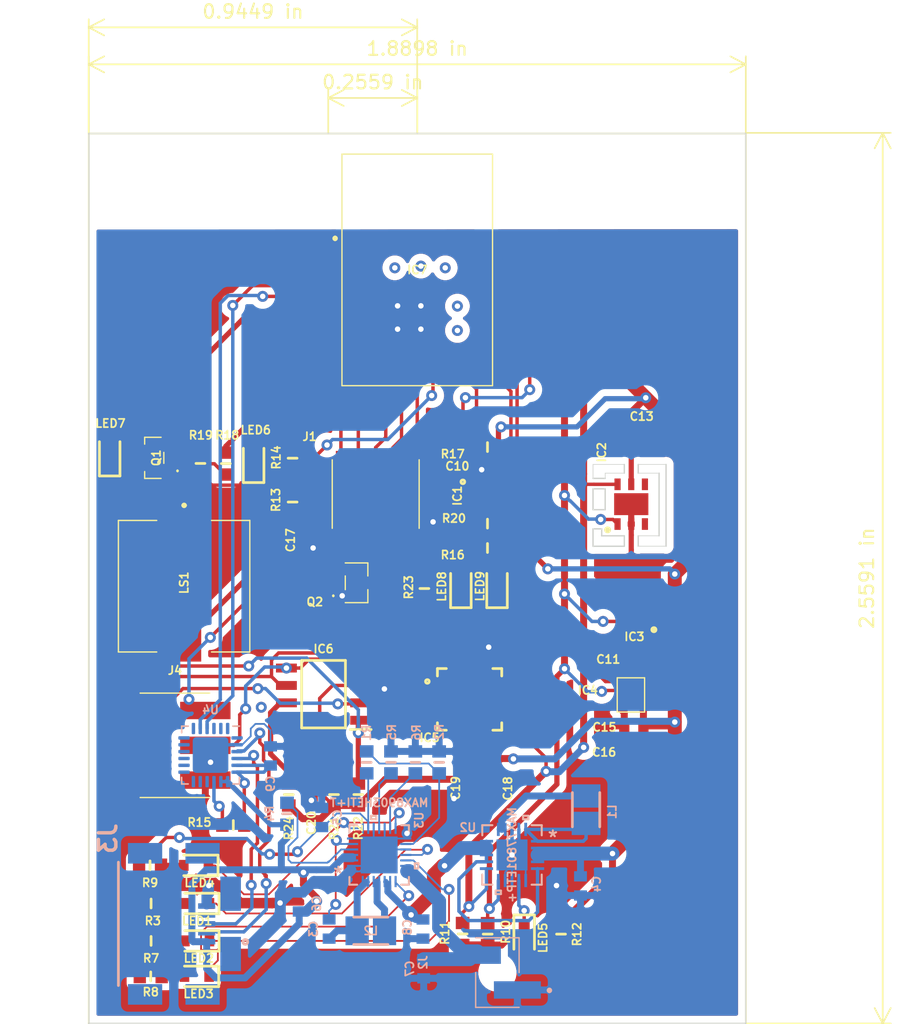
<source format=kicad_pcb>
(kicad_pcb (version 20171130) (host pcbnew "(5.1.2)-2")
  (layers (0 F.Cu signal) (31 B.Cu signal) (34 B.Paste user) (35 F.Paste user) (36 B.SilkS user) (37 F.SilkS user) (38 B.Mask user) (39 F.Mask user) (44 Edge.Cuts user))
  (net 0 "")
  (net 1 GND)
  (net 2 /power_mod/LX)
  (net 3 "Net-(C3-Pad1)")
  (net 4 VDD)
  (net 5 /power_mod/VL)
  (net 6 /power_mod/Vbus)
  (net 7 "Net-(C7-Pad1)")
  (net 8 /power_mod/Vsys)
  (net 9 "Net-(C9-Pad1)")
  (net 10 "Net-(C17-Pad1)")
  (net 11 /cs)
  (net 12 /miso)
  (net 13 "Net-(IC1-Pad3)")
  (net 14 /mosi)
  (net 15 /sck)
  (net 16 "Net-(IC1-Pad7)")
  (net 17 /sda)
  (net 18 "Net-(IC2-Pad3)")
  (net 19 "Net-(IC2-Pad4)")
  (net 20 /scl)
  (net 21 "Net-(IC3-Pad5)")
  (net 22 "Net-(IC4-Pad2)")
  (net 23 "Net-(IC4-Pad5)")
  (net 24 "Net-(IC5-Pad1)")
  (net 25 /sensors/reset)
  (net 26 /sensors/sck)
  (net 27 /sensors/mosi)
  (net 28 /sensors/miso)
  (net 29 /sensors/cs)
  (net 30 "Net-(IC5-Pad7)")
  (net 31 "Net-(IC5-Pad9)")
  (net 32 "Net-(IC5-Pad10)")
  (net 33 "Net-(IC5-Pad13)")
  (net 34 /sensors/led_drv)
  (net 35 /sensors/led_ind)
  (net 36 "Net-(IC5-Pad19)")
  (net 37 "Net-(IC5-Pad20)")
  (net 38 "Net-(IC6-Pad3)")
  (net 39 "Net-(IC6-Pad7)")
  (net 40 /JTAG_TMS)
  (net 41 /JTAG_TCK)
  (net 42 /tdo)
  (net 43 "Net-(J1-Pad7)")
  (net 44 /tdi)
  (net 45 /reset)
  (net 46 "Net-(J3-Pad2)")
  (net 47 "Net-(J3-Pad3)")
  (net 48 "Net-(J3-Pad4)")
  (net 49 /power_mod/LXBB2)
  (net 50 /power_mod/LXBB1)
  (net 51 "Net-(L2-Pad2)")
  (net 52 /power_mod/flt)
  (net 53 "Net-(LED1-Pad2)")
  (net 54 "Net-(LED2-Pad2)")
  (net 55 /power_mod/uok)
  (net 56 /power_mod/chg)
  (net 57 "Net-(LED3-Pad2)")
  (net 58 /power_mod/dok)
  (net 59 "Net-(LED4-Pad2)")
  (net 60 "Net-(LED5-Pad2)")
  (net 61 /power_mod/pok)
  (net 62 /red_led)
  (net 63 /green_led)
  (net 64 "Net-(LS1-Pad1)")
  (net 65 "Net-(Q1-Pad1)")
  (net 66 "Net-(Q1-Pad2)")
  (net 67 /power_mod/THM)
  (net 68 "Net-(R4-Pad1)")
  (net 69 "Net-(R5-Pad1)")
  (net 70 "Net-(R6-Pad1)")
  (net 71 /Vbat)
  (net 72 "Net-(R15-Pad2)")
  (net 73 /buzzer)
  (net 74 /tx)
  (net 75 /rx)
  (net 76 "Net-(U4-Pad1)")
  (net 77 "Net-(U4-Pad10)")
  (net 78 "Net-(U4-Pad11)")
  (net 79 "Net-(U4-Pad12)")
  (net 80 "Net-(U4-Pad13)")
  (net 81 "Net-(U4-Pad14)")
  (net 82 "Net-(U4-Pad15)")
  (net 83 "Net-(U4-Pad16)")
  (net 84 "Net-(U4-Pad17)")
  (net 85 "Net-(U4-Pad18)")
  (net 86 "Net-(U4-Pad19)")
  (net 87 "Net-(U4-Pad22)")
  (net 88 "Net-(U4-Pad23)")
  (net 89 "Net-(U4-Pad24)")
  (net 90 "Net-(IC7-Pad2)")
  (net 91 "Net-(IC7-Pad15)")
  (net 92 "Net-(IC7-Pad24)")
  (module SamacSys_Parts:CAPC1608X90N (layer F.Cu) (at 246.8218 103.2826 180)
    (fp_text reference C15 (at 2.1436 -0.0954) (layer F.SilkS) (effects (font (size 0.6 0.6) (thickness 0.125))))
    (fp_text value 10uF hide)
    (pad 2 smd rect (at 0.7 0 180) (size 0.75 0.94) (layers F.Cu F.Paste F.Mask) (net 1 GND))
    (pad 1 smd rect (at -0.7 0 180) (size 0.75 0.94) (layers F.Cu F.Paste F.Mask) (net 4 VDD))
  )
  (module SamacSys_Parts:RESC1608X55N (layer F.Cu) (at 236.131 90.297 180)
    (fp_text reference R16 (at 2.54 -0.508 180) (layer F.SilkS) (effects (font (size 0.6 0.6) (thickness 0.125))))
    (fp_text value 10k hide)
    (pad 2 smd rect (at 0.8 0 180) (size 0.9 1) (layers F.Cu F.Paste F.Mask) (net 13 "Net-(IC1-Pad3)"))
    (pad 1 smd rect (at -0.8 0 180) (size 0.9 1) (layers F.Cu F.Paste F.Mask) (net 4 VDD))
  )
  (module SamacSys_Parts:CAPC1608X90N (layer B.Cu) (at 224.5614 118.11 270)
    (fp_text reference C3 (at 0 1.143 270) (layer B.SilkS) (effects (font (size 0.6 0.6) (thickness 0.125)) (justify mirror)))
    (fp_text value 100nF hide)
    (pad 2 smd rect (at 0.7 0 270) (size 0.75 0.94) (layers B.Cu B.Paste B.Mask) (net 2 /power_mod/LX))
    (pad 1 smd rect (at -0.7 0 270) (size 0.75 0.94) (layers B.Cu B.Paste B.Mask) (net 3 "Net-(C3-Pad1)"))
  )
  (module SamacSys_Parts:CAPC1608X90N (layer B.Cu) (at 242.9256 114.9604 270)
    (fp_text reference C4 (at -0.127 -1.1684 270) (layer B.SilkS) (effects (font (size 0.6 0.6) (thickness 0.125)) (justify mirror)))
    (fp_text value 47uF hide)
    (pad 1 smd rect (at -0.7 0 270) (size 0.75 0.94) (layers B.Cu B.Paste B.Mask) (net 4 VDD))
    (pad 2 smd rect (at 0.7 0 270) (size 0.75 0.94) (layers B.Cu B.Paste B.Mask) (net 1 GND))
  )
  (module SamacSys_Parts:CAPC1608X90N (layer B.Cu) (at 224.028 109.9678 90)
    (fp_text reference C5 (at 0 1.143 90) (layer B.SilkS) (effects (font (size 0.6 0.6) (thickness 0.125)) (justify mirror)))
    (fp_text value 1uF hide)
    (pad 2 smd rect (at 0.7 0 90) (size 0.75 0.94) (layers B.Cu B.Paste B.Mask) (net 1 GND))
    (pad 1 smd rect (at -0.7 0 90) (size 0.75 0.94) (layers B.Cu B.Paste B.Mask) (net 5 /power_mod/VL))
  )
  (module SamacSys_Parts:CAPC1608X90N (layer B.Cu) (at 222.377 116.1288 270)
    (fp_text reference C6 (at 0.127 -1.27 270) (layer B.SilkS) (effects (font (size 0.6 0.6) (thickness 0.125)) (justify mirror)))
    (fp_text value 4.7uF hide)
    (pad 1 smd rect (at -0.7 0 270) (size 0.75 0.94) (layers B.Cu B.Paste B.Mask) (net 1 GND))
    (pad 2 smd rect (at 0.7 0 270) (size 0.75 0.94) (layers B.Cu B.Paste B.Mask) (net 6 /power_mod/Vbus))
  )
  (module SamacSys_Parts:CAPC1608X90N (layer B.Cu) (at 231.4702 121.0056 270)
    (fp_text reference C7 (at 0 1.016 270) (layer B.SilkS) (effects (font (size 0.6 0.6) (thickness 0.125)) (justify mirror)))
    (fp_text value 10uF hide)
    (pad 1 smd rect (at -0.7 0 270) (size 0.75 0.94) (layers B.Cu B.Paste B.Mask) (net 7 "Net-(C7-Pad1)"))
    (pad 2 smd rect (at 0.7 0 270) (size 0.75 0.94) (layers B.Cu B.Paste B.Mask) (net 1 GND))
  )
  (module SamacSys_Parts:CAPC1608X90N (layer B.Cu) (at 231.4194 118.11 270)
    (fp_text reference C8 (at -0.127 1.143 90) (layer B.SilkS) (effects (font (size 0.6 0.6) (thickness 0.125)) (justify mirror)))
    (fp_text value 10uF hide)
    (pad 2 smd rect (at 0.7 0 270) (size 0.75 0.94) (layers B.Cu B.Paste B.Mask) (net 1 GND))
    (pad 1 smd rect (at -0.7 0 270) (size 0.75 0.94) (layers B.Cu B.Paste B.Mask) (net 8 /power_mod/Vsys))
  )
  (module SamacSys_Parts:CAPC1608X90N (layer B.Cu) (at 220.2815 105.4735 90)
    (fp_text reference C9 (at -2.032 0 270) (layer B.SilkS) (effects (font (size 0.6 0.6) (thickness 0.125)) (justify mirror)))
    (fp_text value 100nF hide)
    (pad 2 smd rect (at 0.7 0 90) (size 0.75 0.94) (layers B.Cu B.Paste B.Mask) (net 1 GND))
    (pad 1 smd rect (at -0.7 0 90) (size 0.75 0.94) (layers B.Cu B.Paste B.Mask) (net 9 "Net-(C9-Pad1)"))
  )
  (module SamacSys_Parts:CAPC1608X90N (layer F.Cu) (at 236.406 84.582 180)
    (fp_text reference C10 (at 2.475 0.254) (layer F.SilkS) (effects (font (size 0.6 0.6) (thickness 0.125))))
    (fp_text value 100nF hide)
    (pad 2 smd rect (at 0.7 0 180) (size 0.75 0.94) (layers F.Cu F.Paste F.Mask) (net 1 GND))
    (pad 1 smd rect (at -0.7 0 180) (size 0.75 0.94) (layers F.Cu F.Paste F.Mask) (net 4 VDD))
  )
  (module SamacSys_Parts:CAPC1608X90N (layer F.Cu) (at 247.3056 98.0186 180)
    (fp_text reference C11 (at 2.351 -0.4064 180) (layer F.SilkS) (effects (font (size 0.6 0.6) (thickness 0.125))))
    (fp_text value 100nF hide)
    (pad 1 smd rect (at -0.7 0 180) (size 0.75 0.94) (layers F.Cu F.Paste F.Mask) (net 4 VDD))
    (pad 2 smd rect (at 0.7 0 180) (size 0.75 0.94) (layers F.Cu F.Paste F.Mask) (net 1 GND))
  )
  (module SamacSys_Parts:CAPC1608X90N (layer F.Cu) (at 247.458 81.915)
    (fp_text reference C13 (at -0.062 -1.2192) (layer F.SilkS) (effects (font (size 0.6 0.6) (thickness 0.125))))
    (fp_text value 100nF hide)
    (pad 2 smd rect (at 0.7 0) (size 0.75 0.94) (layers F.Cu F.Paste F.Mask) (net 1 GND))
    (pad 1 smd rect (at -0.7 0) (size 0.75 0.94) (layers F.Cu F.Paste F.Mask) (net 4 VDD))
  )
  (module SamacSys_Parts:CAPC1608X90N (layer F.Cu) (at 246.8418 104.9926 180)
    (fp_text reference C16 (at 2.189 -0.2142) (layer F.SilkS) (effects (font (size 0.6 0.6) (thickness 0.125))))
    (fp_text value 100nF hide)
    (pad 1 smd rect (at -0.7 0 180) (size 0.75 0.94) (layers F.Cu F.Paste F.Mask) (net 4 VDD))
    (pad 2 smd rect (at 0.7 0 180) (size 0.75 0.94) (layers F.Cu F.Paste F.Mask) (net 1 GND))
  )
  (module SamacSys_Parts:CAPC1608X90N (layer F.Cu) (at 221.615 92.075 90)
    (fp_text reference C17 (at 2.348 0.127 270) (layer F.SilkS) (effects (font (size 0.6 0.6) (thickness 0.125))))
    (fp_text value 100nF hide)
    (pad 1 smd rect (at -0.7 0 90) (size 0.75 0.94) (layers F.Cu F.Paste F.Mask) (net 10 "Net-(C17-Pad1)"))
    (pad 2 smd rect (at 0.7 0 90) (size 0.75 0.94) (layers F.Cu F.Paste F.Mask) (net 1 GND))
  )
  (module SamacSys_Parts:CAPC1608X90N (layer F.Cu) (at 236.474 107.888 270)
    (fp_text reference C18 (at -0.04 -1.143 270) (layer F.SilkS) (effects (font (size 0.6 0.6) (thickness 0.125))))
    (fp_text value 10uF hide)
    (pad 2 smd rect (at 0.7 0 270) (size 0.75 0.94) (layers F.Cu F.Paste F.Mask) (net 1 GND))
    (pad 1 smd rect (at -0.7 0 270) (size 0.75 0.94) (layers F.Cu F.Paste F.Mask) (net 4 VDD))
  )
  (module SamacSys_Parts:CAPC1608X90N (layer F.Cu) (at 234.925 107.88 270)
    (fp_text reference C19 (at -0.057 1.118 270) (layer F.SilkS) (effects (font (size 0.6 0.6) (thickness 0.125))))
    (fp_text value 100nF hide)
    (pad 1 smd rect (at -0.7 0 270) (size 0.75 0.94) (layers F.Cu F.Paste F.Mask) (net 4 VDD))
    (pad 2 smd rect (at 0.7 0 270) (size 0.75 0.94) (layers F.Cu F.Paste F.Mask) (net 1 GND))
  )
  (module SamacSys_Parts:CAPC1608X90N (layer F.Cu) (at 223.266 108.018 270)
    (fp_text reference C20 (at 2.351 0 270) (layer F.SilkS) (effects (font (size 0.6 0.6) (thickness 0.125))))
    (fp_text value 100nF hide)
    (pad 1 smd rect (at -0.7 0 270) (size 0.75 0.94) (layers F.Cu F.Paste F.Mask) (net 4 VDD))
    (pad 2 smd rect (at 0.7 0 270) (size 0.75 0.94) (layers F.Cu F.Paste F.Mask) (net 1 GND))
  )
  (module SamacSys_Parts:USON-8L (layer F.Cu) (at 236.093 86.487 270)
    (fp_text reference IC1 (at 0 2.159 270) (layer F.SilkS) (effects (font (size 0.6 0.6) (thickness 0.125))))
    (fp_text value MX25R8035FZUIL0 hide)
    (pad 1 smd rect (at -0.75 1.15 270) (size 0.3 0.55) (layers F.Cu F.Paste F.Mask) (net 11 /cs))
    (pad 2 smd rect (at -0.25 1.15 270) (size 0.3 0.55) (layers F.Cu F.Paste F.Mask) (net 12 /miso))
    (pad 3 smd rect (at 0.25 1.15 270) (size 0.3 0.55) (layers F.Cu F.Paste F.Mask) (net 13 "Net-(IC1-Pad3)"))
    (pad 4 smd rect (at 0.75 1.15 270) (size 0.3 0.55) (layers F.Cu F.Paste F.Mask) (net 1 GND))
    (pad 5 smd rect (at 0.75 -1.15 270) (size 0.3 0.55) (layers F.Cu F.Paste F.Mask) (net 14 /mosi))
    (pad 6 smd rect (at 0.25 -1.15 270) (size 0.3 0.55) (layers F.Cu F.Paste F.Mask) (net 15 /sck))
    (pad 7 smd rect (at -0.25 -1.15 270) (size 0.3 0.55) (layers F.Cu F.Paste F.Mask) (net 16 "Net-(IC1-Pad7)"))
    (pad 8 smd rect (at -0.75 -1.15 270) (size 0.3 0.55) (layers F.Cu F.Paste F.Mask) (net 4 VDD))
    (pad 9 smd rect (at 0 0) (size 0.3 1.7) (layers F.Cu F.Paste F.Mask) (net 1 GND))
  )
  (module SamacSys_Parts:SON100P300X300X80-7N-D (layer F.Cu) (at 246.632 87.1 90)
    (fp_text reference IC2 (at 3.788 -2.157 90) (layer F.SilkS) (effects (font (size 0.6 0.6) (thickness 0.125))))
    (fp_text value HDC1080DMBR hide)
    (pad 1 smd rect (at -1.45 -1 180) (size 0.45 0.85) (layers F.Cu F.Paste F.Mask) (net 17 /sda))
    (pad 2 smd rect (at -1.45 0 180) (size 0.45 0.85) (layers F.Cu F.Paste F.Mask) (net 1 GND))
    (pad 3 smd rect (at -1.45 1 180) (size 0.45 0.85) (layers F.Cu F.Paste F.Mask) (net 18 "Net-(IC2-Pad3)"))
    (pad 4 smd rect (at 1.45 1 180) (size 0.45 0.85) (layers F.Cu F.Paste F.Mask) (net 19 "Net-(IC2-Pad4)"))
    (pad 5 smd rect (at 1.45 0 180) (size 0.45 0.85) (layers F.Cu F.Paste F.Mask) (net 4 VDD))
    (pad 6 smd rect (at 1.45 -1 180) (size 0.45 0.85) (layers F.Cu F.Paste F.Mask) (net 20 /scl))
    (pad 7 smd rect (at 0 0 90) (size 1.6 2.5) (layers F.Cu F.Paste F.Mask) (net 1 GND))
  )
  (module SamacSys_Parts:SON65P200X200X65-7N-D (layer F.Cu) (at 246.912 94.96 180)
    (fp_text reference IC3 (at 0.0494 -1.814) (layer F.SilkS) (effects (font (size 0.6 0.6) (thickness 0.125))))
    (fp_text value OPT3001IDNPRQ1 hide)
    (pad 1 smd rect (at -1 -0.65 270) (size 0.3 0.75) (layers F.Cu F.Paste F.Mask) (net 4 VDD))
    (pad 2 smd rect (at -1 0 270) (size 0.3 0.75) (layers F.Cu F.Paste F.Mask) (net 4 VDD))
    (pad 3 smd rect (at -1 0.65 270) (size 0.3 0.75) (layers F.Cu F.Paste F.Mask) (net 1 GND))
    (pad 4 smd rect (at 1 0.65 270) (size 0.3 0.75) (layers F.Cu F.Paste F.Mask) (net 20 /scl))
    (pad 5 smd rect (at 1 0 270) (size 0.3 0.75) (layers F.Cu F.Paste F.Mask) (net 21 "Net-(IC3-Pad5)"))
    (pad 6 smd rect (at 1 -0.65 270) (size 0.3 0.75) (layers F.Cu F.Paste F.Mask) (net 17 /sda))
    (pad 7 smd rect (at 0 0 180) (size 0.75 1.45) (layers F.Cu F.Paste F.Mask) (net 1 GND))
  )
  (module SamacSys_Parts:8-PIN-METAL-LID-LGA (layer F.Cu) (at 246.608 101.022 180)
    (fp_text reference IC4 (at 3.14 0.34) (layer F.SilkS) (effects (font (size 0.6 0.6) (thickness 0.125))))
    (fp_text value bmp280 hide)
    (pad 1 smd rect (at 0.8 -0.975 270) (size 0.35 0.5) (layers F.Cu F.Paste F.Mask) (net 1 GND))
    (pad 2 smd rect (at 0.8 -0.325 270) (size 0.35 0.5) (layers F.Cu F.Paste F.Mask) (net 22 "Net-(IC4-Pad2)"))
    (pad 3 smd rect (at 0.8 0.325 270) (size 0.35 0.5) (layers F.Cu F.Paste F.Mask) (net 17 /sda))
    (pad 4 smd rect (at 0.8 0.975 270) (size 0.35 0.5) (layers F.Cu F.Paste F.Mask) (net 20 /scl))
    (pad 5 smd rect (at -0.8 0.975 270) (size 0.35 0.5) (layers F.Cu F.Paste F.Mask) (net 23 "Net-(IC4-Pad5)"))
    (pad 6 smd rect (at -0.8 0.325 270) (size 0.35 0.5) (layers F.Cu F.Paste F.Mask) (net 4 VDD))
    (pad 7 smd rect (at -0.8 -0.325 270) (size 0.35 0.5) (layers F.Cu F.Paste F.Mask) (net 1 GND))
    (pad 8 smd rect (at -0.8 -0.975 270) (size 0.35 0.5) (layers F.Cu F.Paste F.Mask) (net 4 VDD))
  )
  (module SamacSys_Parts:AMS_LGA-20 (layer F.Cu) (at 234.823 101.346)
    (fp_text reference IC5 (at -2.921 2.794) (layer F.SilkS) (effects (font (size 0.6 0.6) (thickness 0.125))))
    (fp_text value AS7262 hide)
    (pad 1 smd rect (at -2.2 -1.3 90) (size 0.3 1.1) (layers F.Cu F.Paste F.Mask) (net 24 "Net-(IC5-Pad1)"))
    (pad 2 smd rect (at -2.2 -0.65 90) (size 0.3 1.1) (layers F.Cu F.Paste F.Mask) (net 25 /sensors/reset))
    (pad 3 smd rect (at -2.2 0 90) (size 0.3 1.1) (layers F.Cu F.Paste F.Mask) (net 26 /sensors/sck))
    (pad 4 smd rect (at -2.2 0.65 90) (size 0.3 1.1) (layers F.Cu F.Paste F.Mask) (net 27 /sensors/mosi))
    (pad 5 smd rect (at -2.2 1.3 90) (size 0.3 1.1) (layers F.Cu F.Paste F.Mask) (net 28 /sensors/miso))
    (pad 6 smd rect (at -1.3 2.2) (size 0.3 1.1) (layers F.Cu F.Paste F.Mask) (net 29 /sensors/cs))
    (pad 7 smd rect (at -0.65 2.2) (size 0.3 1.1) (layers F.Cu F.Paste F.Mask) (net 30 "Net-(IC5-Pad7)"))
    (pad 8 smd rect (at 0 2.2) (size 0.3 1.1) (layers F.Cu F.Paste F.Mask) (net 4 VDD))
    (pad 9 smd rect (at 0.65 2.2) (size 0.3 1.1) (layers F.Cu F.Paste F.Mask) (net 31 "Net-(IC5-Pad9)"))
    (pad 10 smd rect (at 1.3 2.2) (size 0.3 1.1) (layers F.Cu F.Paste F.Mask) (net 32 "Net-(IC5-Pad10)"))
    (pad 11 smd rect (at 2.2 1.3 90) (size 0.3 1.1) (layers F.Cu F.Paste F.Mask) (net 20 /scl))
    (pad 12 smd rect (at 2.2 0.65 90) (size 0.3 1.1) (layers F.Cu F.Paste F.Mask) (net 17 /sda))
    (pad 13 smd rect (at 2.2 0 90) (size 0.3 1.1) (layers F.Cu F.Paste F.Mask) (net 33 "Net-(IC5-Pad13)"))
    (pad 14 smd rect (at 2.2 -0.65 90) (size 0.3 1.1) (layers F.Cu F.Paste F.Mask) (net 4 VDD))
    (pad 15 smd rect (at 2.2 -1.3 90) (size 0.3 1.1) (layers F.Cu F.Paste F.Mask) (net 34 /sensors/led_drv))
    (pad 16 smd rect (at 1.3 -2.2) (size 0.3 1.1) (layers F.Cu F.Paste F.Mask) (net 1 GND))
    (pad 17 smd rect (at 0.65 -2.2) (size 0.3 1.1) (layers F.Cu F.Paste F.Mask) (net 4 VDD))
    (pad 18 smd rect (at 0 -2.2) (size 0.3 1.1) (layers F.Cu F.Paste F.Mask) (net 35 /sensors/led_ind))
    (pad 19 smd rect (at -0.65 -2.2) (size 0.3 1.1) (layers F.Cu F.Paste F.Mask) (net 36 "Net-(IC5-Pad19)"))
    (pad 20 smd rect (at -1.3 -2.2) (size 0.3 1.1) (layers F.Cu F.Paste F.Mask) (net 37 "Net-(IC5-Pad20)"))
  )
  (module SamacSys_Parts:SOIC127P600X175-8N (layer F.Cu) (at 224.155 100.965 180)
    (fp_text reference IC6 (at 0 3.302) (layer F.SilkS) (effects (font (size 0.6 0.6) (thickness 0.125))))
    (fp_text value AT25SF041-SSHD-T hide)
    (pad 1 smd rect (at -2.712 -1.905 270) (size 0.65 1.525) (layers F.Cu F.Paste F.Mask) (net 29 /sensors/cs))
    (pad 2 smd rect (at -2.712 -0.635 270) (size 0.65 1.525) (layers F.Cu F.Paste F.Mask) (net 28 /sensors/miso))
    (pad 3 smd rect (at -2.712 0.635 270) (size 0.65 1.525) (layers F.Cu F.Paste F.Mask) (net 38 "Net-(IC6-Pad3)"))
    (pad 4 smd rect (at -2.712 1.905 270) (size 0.65 1.525) (layers F.Cu F.Paste F.Mask) (net 1 GND))
    (pad 5 smd rect (at 2.712 1.905 270) (size 0.65 1.525) (layers F.Cu F.Paste F.Mask) (net 27 /sensors/mosi))
    (pad 6 smd rect (at 2.712 0.635 270) (size 0.65 1.525) (layers F.Cu F.Paste F.Mask) (net 26 /sensors/sck))
    (pad 7 smd rect (at 2.712 -0.635 270) (size 0.65 1.525) (layers F.Cu F.Paste F.Mask) (net 39 "Net-(IC6-Pad7)"))
    (pad 8 smd rect (at 2.712 -1.905 270) (size 0.65 1.525) (layers F.Cu F.Paste F.Mask) (net 4 VDD))
  )
  (module M503600542R (layer F.Cu) (at 227.965 86.36)
    (fp_text reference J1 (at -4.826 -4.191) (layer F.SilkS) (effects (font (size 0.6 0.6) (thickness 0.125))))
    (fp_text value M50-3600542R hide)
    (pad 1 smd rect (at -2.54 1.95) (size 0.74 2.4) (layers F.Cu F.Paste F.Mask) (net 4 VDD))
    (pad 2 smd rect (at -2.54 -1.95) (size 0.74 2.4) (layers F.Cu F.Paste F.Mask) (net 40 /JTAG_TMS))
    (pad 3 smd rect (at -1.27 1.95) (size 0.74 2.4) (layers F.Cu F.Paste F.Mask) (net 1 GND))
    (pad 4 smd rect (at -1.27 -1.95) (size 0.74 2.4) (layers F.Cu F.Paste F.Mask) (net 41 /JTAG_TCK))
    (pad 5 smd rect (at 0 1.95) (size 0.74 2.4) (layers F.Cu F.Paste F.Mask) (net 1 GND))
    (pad 6 smd rect (at 0 -1.95) (size 0.74 2.4) (layers F.Cu F.Paste F.Mask) (net 42 /tdo))
    (pad 7 smd rect (at 1.27 1.95) (size 0.74 2.4) (layers F.Cu F.Paste F.Mask) (net 43 "Net-(J1-Pad7)"))
    (pad 8 smd rect (at 1.27 -1.95) (size 0.74 2.4) (layers F.Cu F.Paste F.Mask) (net 44 /tdi))
    (pad 9 smd rect (at 2.54 1.95) (size 0.74 2.4) (layers F.Cu F.Paste F.Mask) (net 1 GND))
    (pad 10 smd rect (at 2.54 -1.95) (size 0.74 2.4) (layers F.Cu F.Paste F.Mask) (net 45 /reset))
  )
  (module 15913060 (layer F.Cu) (at 213.299 104.6988 270)
    (fp_text reference J4 (at -5.461 0) (layer F.SilkS) (effects (font (size 0.6 0.6) (thickness 0.125))))
    (fp_text value 15-91-3060 hide)
    (pad 1 smd rect (at -2.54 2.22 270) (size 1.27 3.68) (layers F.Cu F.Paste F.Mask) (net 28 /sensors/miso))
    (pad 2 smd rect (at -2.54 -2.22 270) (size 1.27 3.68) (layers F.Cu F.Paste F.Mask) (net 10 "Net-(C17-Pad1)"))
    (pad 3 smd rect (at 0 2.22 270) (size 1.27 3.68) (layers F.Cu F.Paste F.Mask) (net 26 /sensors/sck))
    (pad 4 smd rect (at 0 -2.22 270) (size 1.27 3.68) (layers F.Cu F.Paste F.Mask) (net 27 /sensors/mosi))
    (pad 5 smd rect (at 2.54 2.22 270) (size 1.27 3.68) (layers F.Cu F.Paste F.Mask) (net 29 /sensors/cs))
    (pad 6 smd rect (at 2.54 -2.22 270) (size 1.27 3.68) (layers F.Cu F.Paste F.Mask) (net 1 GND))
  )
  (module SamacSys_Parts:INDPM2520X120N (layer B.Cu) (at 243.332 109.3978 270)
    (fp_text reference L1 (at 0.1524 -1.905 270) (layer B.SilkS) (effects (font (size 0.6 0.6) (thickness 0.125)) (justify mirror)))
    (fp_text value 1uH hide)
    (pad 2 smd rect (at 1 0 270) (size 1.7 2.1) (layers B.Cu B.Paste B.Mask) (net 49 /power_mod/LXBB2))
    (pad 1 smd rect (at -1 0 270) (size 1.7 2.1) (layers B.Cu B.Paste B.Mask) (net 50 /power_mod/LXBB1))
  )
  (module SamacSys_Parts:INDPM2520X120N (layer B.Cu) (at 227.6094 118.235)
    (fp_text reference L2 (at 0 0 180) (layer B.SilkS) (effects (font (size 0.6 0.6) (thickness 0.125)) (justify mirror)))
    (fp_text value 1uH hide)
    (pad 1 smd rect (at -1 0) (size 1.7 2.1) (layers B.Cu B.Paste B.Mask) (net 2 /power_mod/LX))
    (pad 2 smd rect (at 1 0) (size 1.7 2.1) (layers B.Cu B.Paste B.Mask) (net 51 "Net-(L2-Pad2)"))
  )
  (module SamacSys_Parts:LEDC1707X85N (layer F.Cu) (at 214.9221 116.2431 180)
    (fp_text reference LED1 (at 0 -1.27) (layer F.SilkS) (effects (font (size 0.6 0.6) (thickness 0.125))))
    (fp_text value LS_L296-P2Q2-1-Z hide)
    (pad 1 smd rect (at -0.9 0 180) (size 0.7 0.8) (layers F.Cu F.Paste F.Mask) (net 52 /power_mod/flt))
    (pad 2 smd rect (at 0.9 0 180) (size 0.7 0.8) (layers F.Cu F.Paste F.Mask) (net 53 "Net-(LED1-Pad2)"))
  )
  (module SamacSys_Parts:LEDC1707X85N (layer F.Cu) (at 214.9221 118.9736 180)
    (fp_text reference LED2 (at -0.127 -1.27) (layer F.SilkS) (effects (font (size 0.6 0.6) (thickness 0.125))))
    (fp_text value LS_L296-P2Q2-1-Z hide)
    (pad 2 smd rect (at 0.9 0 180) (size 0.7 0.8) (layers F.Cu F.Paste F.Mask) (net 54 "Net-(LED2-Pad2)"))
    (pad 1 smd rect (at -0.9 0 180) (size 0.7 0.8) (layers F.Cu F.Paste F.Mask) (net 55 /power_mod/uok))
  )
  (module SamacSys_Parts:LEDC1707X85N (layer F.Cu) (at 214.8967 121.5644 180)
    (fp_text reference LED3 (at -0.127 -1.27) (layer F.SilkS) (effects (font (size 0.6 0.6) (thickness 0.125))))
    (fp_text value LS_L296-P2Q2-1-Z hide)
    (pad 1 smd rect (at -0.9 0 180) (size 0.7 0.8) (layers F.Cu F.Paste F.Mask) (net 56 /power_mod/chg))
    (pad 2 smd rect (at 0.9 0 180) (size 0.7 0.8) (layers F.Cu F.Paste F.Mask) (net 57 "Net-(LED3-Pad2)"))
  )
  (module SamacSys_Parts:LEDC1707X85N (layer F.Cu) (at 214.8459 113.4618 180)
    (fp_text reference LED4 (at -0.254 -1.27) (layer F.SilkS) (effects (font (size 0.6 0.6) (thickness 0.125))))
    (fp_text value LS_L296-P2Q2-1-Z hide)
    (pad 1 smd rect (at -0.9 0 180) (size 0.7 0.8) (layers F.Cu F.Paste F.Mask) (net 58 /power_mod/dok))
    (pad 2 smd rect (at 0.9 0 180) (size 0.7 0.8) (layers F.Cu F.Paste F.Mask) (net 59 "Net-(LED4-Pad2)"))
  )
  (module SamacSys_Parts:LEDC1707X85N (layer F.Cu) (at 238.8108 118.6784 270)
    (fp_text reference LED5 (at 0.0762 -1.3716 270) (layer F.SilkS) (effects (font (size 0.6 0.6) (thickness 0.125))))
    (fp_text value LS_L296-P2Q2-1-Z hide)
    (pad 2 smd rect (at 0.9 0 270) (size 0.7 0.8) (layers F.Cu F.Paste F.Mask) (net 60 "Net-(LED5-Pad2)"))
    (pad 1 smd rect (at -0.9 0 270) (size 0.7 0.8) (layers F.Cu F.Paste F.Mask) (net 61 /power_mod/pok))
  )
  (module SamacSys_Parts:LEDC1707X85N (layer F.Cu) (at 219.0496 83.9216 90)
    (fp_text reference LED6 (at 2.2352 0.1524) (layer F.SilkS) (effects (font (size 0.6 0.6) (thickness 0.125))))
    (fp_text value LS_L296-P2Q2-1-Z hide)
    (pad 1 smd rect (at -0.9 0 90) (size 0.7 0.8) (layers F.Cu F.Paste F.Mask) (net 1 GND))
    (pad 2 smd rect (at 0.9 0 90) (size 0.7 0.8) (layers F.Cu F.Paste F.Mask) (net 62 /red_led))
  )
  (module SamacSys_Parts:LEDC1707X85N (layer F.Cu) (at 208.534 83.439 90)
    (fp_text reference LED7 (at 2.2352 0.0508) (layer F.SilkS) (effects (font (size 0.6 0.6) (thickness 0.125))))
    (fp_text value LP_L296-J2L2-25-Z hide)
    (pad 2 smd rect (at 0.9 0 90) (size 0.7 0.8) (layers F.Cu F.Paste F.Mask) (net 63 /green_led))
    (pad 1 smd rect (at -0.9 0 90) (size 0.7 0.8) (layers F.Cu F.Paste F.Mask) (net 1 GND))
  )
  (module SamacSys_Parts:LEDC1707X85N (layer F.Cu) (at 234.188 93.056 90)
    (fp_text reference LED8 (at -0.058 -1.397 270) (layer F.SilkS) (effects (font (size 0.6 0.6) (thickness 0.125))))
    (fp_text value LS_L296-P2Q2-1-Z hide)
    (pad 2 smd rect (at 0.9 0 90) (size 0.7 0.8) (layers F.Cu F.Paste F.Mask) (net 4 VDD))
    (pad 1 smd rect (at -0.9 0 90) (size 0.7 0.8) (layers F.Cu F.Paste F.Mask) (net 35 /sensors/led_ind))
  )
  (module SamacSys_Parts:LEDC1707X85N (layer F.Cu) (at 236.828 93.056 90)
    (fp_text reference LED9 (at -0.035 -1.243 270) (layer F.SilkS) (effects (font (size 0.6 0.6) (thickness 0.125))))
    (fp_text value LS_L296-P2Q2-1-Z hide)
    (pad 1 smd rect (at -0.9 0 90) (size 0.7 0.8) (layers F.Cu F.Paste F.Mask) (net 34 /sensors/led_drv))
    (pad 2 smd rect (at 0.9 0 90) (size 0.7 0.8) (layers F.Cu F.Paste F.Mask) (net 4 VDD))
  )
  (module SamacSys_Parts:CMI9653SSMTTR (layer F.Cu) (at 213.9696 92.837 270)
    (fp_text reference LS1 (at 0 0 90) (layer F.SilkS) (effects (font (size 0.6 0.6) (thickness 0.125))))
    (fp_text value CMI-9653S-SMT-TR hide)
    (pad 1 smd rect (at -3.75 0) (size 2.5 3) (layers F.Cu F.Paste F.Mask) (net 64 "Net-(LS1-Pad1)"))
    (pad 2 smd rect (at 4.25 0) (size 2.5 3) (layers F.Cu F.Paste F.Mask) (net 4 VDD))
  )
  (module SamacSys_Parts:FMMT619TA (layer F.Cu) (at 211.9376 83.7184 90)
    (fp_text reference Q1 (at 0 0 90) (layer F.SilkS) (effects (font (size 0.6 0.6) (thickness 0.125))))
    (fp_text value BCW66HQTA hide)
    (pad 1 smd rect (at -0.95 0.85 90) (size 0.8 0.9) (layers F.Cu F.Paste F.Mask) (net 65 "Net-(Q1-Pad1)"))
    (pad 2 smd rect (at 0.95 0.85 90) (size 0.8 0.9) (layers F.Cu F.Paste F.Mask) (net 66 "Net-(Q1-Pad2)"))
    (pad 3 smd rect (at 0 -1.15 90) (size 0.8 0.9) (layers F.Cu F.Paste F.Mask) (net 64 "Net-(LS1-Pad1)"))
  )
  (module SamacSys_Parts:DTB123YKT146 (layer F.Cu) (at 226.568 92.837 270)
    (fp_text reference Q2 (at 1.397 3.048 180) (layer F.SilkS) (effects (font (size 0.6 0.6) (thickness 0.125))))
    (fp_text value DTC113ZKAT146 hide)
    (pad 1 smd rect (at 0.95 1.05 270) (size 0.6 0.9) (layers F.Cu F.Paste F.Mask) (net 1 GND))
    (pad 2 smd rect (at -0.95 1.05 270) (size 0.6 0.9) (layers F.Cu F.Paste F.Mask) (net 10 "Net-(C17-Pad1)"))
    (pad 3 smd rect (at 0 -1.05 270) (size 0.6 0.9) (layers F.Cu F.Paste F.Mask) (net 25 /sensors/reset))
  )
  (module SamacSys_Parts:RESC1608X55N (layer B.Cu) (at 227.3046 105.9434 90)
    (fp_text reference R1 (at 2.159 0 90) (layer B.SilkS) (effects (font (size 0.6 0.6) (thickness 0.125)) (justify mirror)))
    (fp_text value 10k hide)
    (pad 1 smd rect (at -0.8 0 90) (size 0.9 1) (layers B.Cu B.Paste B.Mask) (net 5 /power_mod/VL))
    (pad 2 smd rect (at 0.8 0 90) (size 0.9 1) (layers B.Cu B.Paste B.Mask) (net 67 /power_mod/THM))
  )
  (module SamacSys_Parts:RESC1608X55N (layer B.Cu) (at 232.6005 105.9433 90)
    (fp_text reference R2 (at 2.2225 0.0095 90) (layer B.SilkS) (effects (font (size 0.6 0.6) (thickness 0.125)) (justify mirror)))
    (fp_text value 10k hide)
    (pad 2 smd rect (at 0.8 0 90) (size 0.9 1) (layers B.Cu B.Paste B.Mask) (net 1 GND))
    (pad 1 smd rect (at -0.8 0 90) (size 0.9 1) (layers B.Cu B.Paste B.Mask) (net 67 /power_mod/THM))
  )
  (module SamacSys_Parts:RESC1608X55N (layer F.Cu) (at 211.5566 116.2431)
    (fp_text reference R3 (at 0.127 1.27) (layer F.SilkS) (effects (font (size 0.6 0.6) (thickness 0.125))))
    (fp_text value 100k hide)
    (pad 1 smd rect (at -0.8 0) (size 0.9 1) (layers F.Cu F.Paste F.Mask) (net 5 /power_mod/VL))
    (pad 2 smd rect (at 0.8 0) (size 0.9 1) (layers F.Cu F.Paste F.Mask) (net 53 "Net-(LED1-Pad2)"))
  )
  (module SamacSys_Parts:RESC1608X55N (layer B.Cu) (at 221.488 109.6928 270)
    (fp_text reference R4 (at 0 1.27 270) (layer B.SilkS) (effects (font (size 0.6 0.6) (thickness 0.125)) (justify mirror)))
    (fp_text value 499k hide)
    (pad 1 smd rect (at -0.8 0 270) (size 0.9 1) (layers B.Cu B.Paste B.Mask) (net 68 "Net-(R4-Pad1)"))
    (pad 2 smd rect (at 0.8 0 270) (size 0.9 1) (layers B.Cu B.Paste B.Mask) (net 6 /power_mod/Vbus))
  )
  (module SamacSys_Parts:RESC1608X55N (layer B.Cu) (at 229.0826 105.9433 90)
    (fp_text reference R5 (at 2.2097 0.0508 90) (layer B.SilkS) (effects (font (size 0.6 0.6) (thickness 0.125)) (justify mirror)))
    (fp_text value 3k hide)
    (pad 2 smd rect (at 0.8 0 90) (size 0.9 1) (layers B.Cu B.Paste B.Mask) (net 1 GND))
    (pad 1 smd rect (at -0.8 0 90) (size 0.9 1) (layers B.Cu B.Paste B.Mask) (net 69 "Net-(R5-Pad1)"))
  )
  (module SamacSys_Parts:RESC1608X55N (layer B.Cu) (at 230.8606 105.9433 90)
    (fp_text reference R6 (at 2.1843 0.0762 90) (layer B.SilkS) (effects (font (size 0.6 0.6) (thickness 0.125)) (justify mirror)))
    (fp_text value 1.2k hide)
    (pad 1 smd rect (at -0.8 0 90) (size 0.9 1) (layers B.Cu B.Paste B.Mask) (net 70 "Net-(R6-Pad1)"))
    (pad 2 smd rect (at 0.8 0 90) (size 0.9 1) (layers B.Cu B.Paste B.Mask) (net 1 GND))
  )
  (module SamacSys_Parts:RESC1608X55N (layer F.Cu) (at 211.5566 118.9736)
    (fp_text reference R7 (at 0 1.27) (layer F.SilkS) (effects (font (size 0.6 0.6) (thickness 0.125))))
    (fp_text value 100k hide)
    (pad 2 smd rect (at 0.8 0) (size 0.9 1) (layers F.Cu F.Paste F.Mask) (net 54 "Net-(LED2-Pad2)"))
    (pad 1 smd rect (at -0.8 0) (size 0.9 1) (layers F.Cu F.Paste F.Mask) (net 5 /power_mod/VL))
  )
  (module SamacSys_Parts:RESC1608X55N (layer F.Cu) (at 211.5312 121.5644)
    (fp_text reference R8 (at 0 1.143) (layer F.SilkS) (effects (font (size 0.6 0.6) (thickness 0.125))))
    (fp_text value 100k hide)
    (pad 2 smd rect (at 0.8 0) (size 0.9 1) (layers F.Cu F.Paste F.Mask) (net 57 "Net-(LED3-Pad2)"))
    (pad 1 smd rect (at -0.8 0) (size 0.9 1) (layers F.Cu F.Paste F.Mask) (net 5 /power_mod/VL))
  )
  (module SamacSys_Parts:RESC1608X55N (layer F.Cu) (at 211.4804 113.4618)
    (fp_text reference R9 (at 0 1.27) (layer F.SilkS) (effects (font (size 0.6 0.6) (thickness 0.125))))
    (fp_text value 100k hide)
    (pad 2 smd rect (at 0.8 0) (size 0.9 1) (layers F.Cu F.Paste F.Mask) (net 59 "Net-(LED4-Pad2)"))
    (pad 1 smd rect (at -0.8 0) (size 0.9 1) (layers F.Cu F.Paste F.Mask) (net 5 /power_mod/VL))
  )
  (module SamacSys_Parts:RESC1608X55N (layer F.Cu) (at 236.1438 118.4782 90)
    (fp_text reference R10 (at 0.165 1.3208 90) (layer F.SilkS) (effects (font (size 0.6 0.6) (thickness 0.125))))
    (fp_text value 1.5k hide)
    (pad 1 smd rect (at -0.8 0 90) (size 0.9 1) (layers F.Cu F.Paste F.Mask) (net 4 VDD))
    (pad 2 smd rect (at 0.8 0 90) (size 0.9 1) (layers F.Cu F.Paste F.Mask) (net 17 /sda))
  )
  (module SamacSys_Parts:RESC1608X55N (layer F.Cu) (at 234.315 118.4656 90)
    (fp_text reference R11 (at 0.0762 -1.2954 90) (layer F.SilkS) (effects (font (size 0.6 0.6) (thickness 0.125))))
    (fp_text value 1.5k hide)
    (pad 2 smd rect (at 0.8 0 90) (size 0.9 1) (layers F.Cu F.Paste F.Mask) (net 20 /scl))
    (pad 1 smd rect (at -0.8 0 90) (size 0.9 1) (layers F.Cu F.Paste F.Mask) (net 4 VDD))
  )
  (module SamacSys_Parts:RESC1608X55N (layer F.Cu) (at 241.5032 118.4784 270)
    (fp_text reference R12 (at 0.0126 -1.1684 90) (layer F.SilkS) (effects (font (size 0.6 0.6) (thickness 0.125))))
    (fp_text value 5k hide)
    (pad 1 smd rect (at -0.8 0 270) (size 0.9 1) (layers F.Cu F.Paste F.Mask) (net 4 VDD))
    (pad 2 smd rect (at 0.8 0 270) (size 0.9 1) (layers F.Cu F.Paste F.Mask) (net 60 "Net-(LED5-Pad2)"))
  )
  (module SamacSys_Parts:RESC1608X55N (layer F.Cu) (at 221.8944 86.9442 90)
    (fp_text reference R13 (at 0.1524 -1.2192 90) (layer F.SilkS) (effects (font (size 0.6 0.6) (thickness 0.125))))
    (fp_text value 5k hide)
    (pad 1 smd rect (at -0.8 0 90) (size 0.9 1) (layers F.Cu F.Paste F.Mask) (net 4 VDD))
    (pad 2 smd rect (at 0.8 0 90) (size 0.9 1) (layers F.Cu F.Paste F.Mask) (net 71 /Vbat))
  )
  (module SamacSys_Parts:RESC1608X55N (layer F.Cu) (at 221.8944 83.7438 90)
    (fp_text reference R14 (at 0.0508 -1.1938 90) (layer F.SilkS) (effects (font (size 0.6 0.6) (thickness 0.125))))
    (fp_text value 5k hide)
    (pad 1 smd rect (at -0.8 0 90) (size 0.9 1) (layers F.Cu F.Paste F.Mask) (net 71 /Vbat))
    (pad 2 smd rect (at 0.8 0 90) (size 0.9 1) (layers F.Cu F.Paste F.Mask) (net 1 GND))
  )
  (module SamacSys_Parts:RESC1608X55N (layer F.Cu) (at 217.5638 110.5154 180)
    (fp_text reference R15 (at 2.4765 0.1905) (layer F.SilkS) (effects (font (size 0.6 0.6) (thickness 0.125))))
    (fp_text value 10k hide)
    (pad 2 smd rect (at 0.8 0 180) (size 0.9 1) (layers F.Cu F.Paste F.Mask) (net 72 "Net-(R15-Pad2)"))
    (pad 1 smd rect (at -0.8 0 180) (size 0.9 1) (layers F.Cu F.Paste F.Mask) (net 9 "Net-(C9-Pad1)"))
  )
  (module SamacSys_Parts:RESC1608X55N (layer F.Cu) (at 236.131 82.931 180)
    (fp_text reference R17 (at 2.54 -0.508 180) (layer F.SilkS) (effects (font (size 0.6 0.6) (thickness 0.125))))
    (fp_text value 2.2k hide)
    (pad 1 smd rect (at -0.8 0 180) (size 0.9 1) (layers F.Cu F.Paste F.Mask) (net 4 VDD))
    (pad 2 smd rect (at 0.8 0 180) (size 0.9 1) (layers F.Cu F.Paste F.Mask) (net 11 /cs))
  )
  (module SamacSys_Parts:RESC1608X55N (layer F.Cu) (at 217.0176 84.1374 270)
    (fp_text reference R18 (at -2.07 -0.1016) (layer F.SilkS) (effects (font (size 0.6 0.6) (thickness 0.125))))
    (fp_text value 12k hide)
    (pad 1 smd rect (at -0.8 0 270) (size 0.9 1) (layers F.Cu F.Paste F.Mask) (net 73 /buzzer))
    (pad 2 smd rect (at 0.8 0 270) (size 0.9 1) (layers F.Cu F.Paste F.Mask) (net 65 "Net-(Q1-Pad1)"))
  )
  (module SamacSys_Parts:RESC1608X55N (layer F.Cu) (at 215.1634 84.1248 270)
    (fp_text reference R19 (at -2.0574 -0.0254) (layer F.SilkS) (effects (font (size 0.6 0.6) (thickness 0.125))))
    (fp_text value 5.1 hide)
    (pad 2 smd rect (at 0.8 0 270) (size 0.9 1) (layers F.Cu F.Paste F.Mask) (net 1 GND))
    (pad 1 smd rect (at -0.8 0 270) (size 0.9 1) (layers F.Cu F.Paste F.Mask) (net 66 "Net-(Q1-Pad2)"))
  )
  (module SamacSys_Parts:RESC1608X55N (layer F.Cu) (at 236.131 88.519)
    (fp_text reference R20 (at -2.451 -0.381 180) (layer F.SilkS) (effects (font (size 0.6 0.6) (thickness 0.125))))
    (fp_text value 10k hide)
    (pad 2 smd rect (at 0.8 0) (size 0.9 1) (layers F.Cu F.Paste F.Mask) (net 16 "Net-(IC1-Pad7)"))
    (pad 1 smd rect (at -0.8 0) (size 0.9 1) (layers F.Cu F.Paste F.Mask) (net 4 VDD))
  )
  (module SamacSys_Parts:RESC1608X55N (layer F.Cu) (at 224.917 108.293 90)
    (fp_text reference R21 (at -2.451 0 90) (layer F.SilkS) (effects (font (size 0.6 0.6) (thickness 0.125))))
    (fp_text value 10k hide)
    (pad 2 smd rect (at 0.8 0 90) (size 0.9 1) (layers F.Cu F.Paste F.Mask) (net 38 "Net-(IC6-Pad3)"))
    (pad 1 smd rect (at -0.8 0 90) (size 0.9 1) (layers F.Cu F.Paste F.Mask) (net 4 VDD))
  )
  (module SamacSys_Parts:RESC1608X55N (layer F.Cu) (at 226.695 108.293 90)
    (fp_text reference R22 (at -2.451 0 90) (layer F.SilkS) (effects (font (size 0.6 0.6) (thickness 0.125))))
    (fp_text value 2.2k hide)
    (pad 1 smd rect (at -0.8 0 90) (size 0.9 1) (layers F.Cu F.Paste F.Mask) (net 4 VDD))
    (pad 2 smd rect (at 0.8 0 90) (size 0.9 1) (layers F.Cu F.Paste F.Mask) (net 29 /sensors/cs))
  )
  (module SamacSys_Parts:RESC1608X55N (layer F.Cu) (at 231.521 93.256 270)
    (fp_text reference R23 (at -0.089 1.143 270) (layer F.SilkS) (effects (font (size 0.6 0.6) (thickness 0.125))))
    (fp_text value 10k hide)
    (pad 1 smd rect (at -0.8 0 270) (size 0.9 1) (layers F.Cu F.Paste F.Mask) (net 4 VDD))
    (pad 2 smd rect (at 0.8 0 270) (size 0.9 1) (layers F.Cu F.Paste F.Mask) (net 25 /sensors/reset))
  )
  (module SamacSys_Parts:RESC1608X55N (layer F.Cu) (at 221.615 108.293 90)
    (fp_text reference R24 (at -2.451 0 90) (layer F.SilkS) (effects (font (size 0.6 0.6) (thickness 0.125))))
    (fp_text value 10k hide)
    (pad 2 smd rect (at 0.8 0 90) (size 0.9 1) (layers F.Cu F.Paste F.Mask) (net 39 "Net-(IC6-Pad7)"))
    (pad 1 smd rect (at -0.8 0 90) (size 0.9 1) (layers F.Cu F.Paste F.Mask) (net 4 VDD))
  )
  (module SamacSys_Parts:MAX77801ETP&plus_ (layer B.Cu) (at 237.9218 112.6998 180)
    (fp_text reference U2 (at 3.2258 2.0066) (layer B.SilkS) (effects (font (size 0.6 0.6) (thickness 0.125)) (justify mirror)))
    (fp_text value MAX77801ETP+ (at 0 0 90) (layer B.SilkS) (effects (font (size 0.6 0.6) (thickness 0.125)) (justify mirror)))
    (fp_text user * (at -2.9845 1.25) (layer B.SilkS) (effects (justify mirror)))
    (pad 21 smd rect (at 0 0 180) (size 2.2606 2.2606) (layers B.Cu B.Paste B.Mask) (net 1 GND))
    (pad 20 smd rect (at -1.000001 1.8669 180) (size 0.2032 0.9652) (layers B.Cu B.Paste B.Mask) (net 49 /power_mod/LXBB2))
    (pad 19 smd rect (at -0.499999 1.8669 180) (size 0.2032 0.9652) (layers B.Cu B.Paste B.Mask) (net 1 GND))
    (pad 18 smd rect (at 0 1.8669 180) (size 0.2032 0.9652) (layers B.Cu B.Paste B.Mask) (net 1 GND))
    (pad 17 smd rect (at 0.499999 1.8669 180) (size 0.2032 0.9652) (layers B.Cu B.Paste B.Mask) (net 50 /power_mod/LXBB1))
    (pad 16 smd rect (at 1.000001 1.8669 180) (size 0.2032 0.9652) (layers B.Cu B.Paste B.Mask) (net 50 /power_mod/LXBB1))
    (pad 15 smd rect (at 1.8669 1.000001 90) (size 0.2032 0.9652) (layers B.Cu B.Paste B.Mask) (net 8 /power_mod/Vsys))
    (pad 14 smd rect (at 1.8669 0.499999 90) (size 0.2032 0.9652) (layers B.Cu B.Paste B.Mask) (net 8 /power_mod/Vsys))
    (pad 13 smd rect (at 1.8669 0 90) (size 0.2032 0.9652) (layers B.Cu B.Paste B.Mask) (net 8 /power_mod/Vsys))
    (pad 12 smd rect (at 1.8669 -0.499999 90) (size 0.2032 0.9652) (layers B.Cu B.Paste B.Mask) (net 8 /power_mod/Vsys))
    (pad 11 smd rect (at 1.8669 -1.000001 90) (size 0.2032 0.9652) (layers B.Cu B.Paste B.Mask) (net 20 /scl))
    (pad 10 smd rect (at 1.000001 -1.8669 180) (size 0.2032 0.9652) (layers B.Cu B.Paste B.Mask) (net 17 /sda))
    (pad 9 smd rect (at 0.499999 -1.8669 180) (size 0.2032 0.9652) (layers B.Cu B.Paste B.Mask) (net 1 GND))
    (pad 8 smd rect (at 0 -1.8669 180) (size 0.2032 0.9652) (layers B.Cu B.Paste B.Mask) (net 1 GND))
    (pad 7 smd rect (at -0.499999 -1.8669 180) (size 0.2032 0.9652) (layers B.Cu B.Paste B.Mask) (net 61 /power_mod/pok))
    (pad 6 smd rect (at -1.000001 -1.8669 180) (size 0.2032 0.9652) (layers B.Cu B.Paste B.Mask) (net 1 GND))
    (pad 5 smd rect (at -1.8669 -1.000001 90) (size 0.2032 0.9652) (layers B.Cu B.Paste B.Mask) (net 8 /power_mod/Vsys))
    (pad 4 smd rect (at -1.8669 -0.499999 90) (size 0.2032 0.9652) (layers B.Cu B.Paste B.Mask) (net 4 VDD))
    (pad 3 smd rect (at -1.8669 0 90) (size 0.2032 0.9652) (layers B.Cu B.Paste B.Mask) (net 4 VDD))
    (pad 2 smd rect (at -1.8669 0.499999 90) (size 0.2032 0.9652) (layers B.Cu B.Paste B.Mask) (net 4 VDD))
    (pad 1 smd rect (at -1.8669 1.000001 90) (size 0.2032 0.9652) (layers B.Cu B.Paste B.Mask) (net 49 /power_mod/LXBB2))
  )
  (module SamacSys_Parts:MAX8903HETI (layer B.Cu) (at 228.219 112.6998)
    (fp_text reference U3 (at 2.921 -2.54 90) (layer B.SilkS) (effects (font (size 0.6 0.6) (thickness 0.125)) (justify mirror)))
    (fp_text value MAX8903HETI+T (at 0 -3.81 180) (layer B.SilkS) (effects (font (size 0.6 0.6) (thickness 0.125)) (justify mirror)))
    (fp_text user * (at -2.9845 1.4 180) (layer B.SilkS) (effects (justify mirror)))
    (pad 29 smd rect (at 0 0) (size 2.6924 2.6924) (layers B.Cu B.Paste B.Mask) (net 1 GND))
    (pad 28 smd rect (at -1.2 1.9431) (size 0.1524 0.8128) (layers B.Cu B.Paste B.Mask) (net 2 /power_mod/LX))
    (pad 27 smd rect (at -0.800001 1.9431) (size 0.1524 0.8128) (layers B.Cu B.Paste B.Mask) (net 2 /power_mod/LX))
    (pad 26 smd rect (at -0.399999 1.9431) (size 0.1524 0.8128) (layers B.Cu B.Paste B.Mask) (net 51 "Net-(L2-Pad2)"))
    (pad 25 smd rect (at 0 1.9431) (size 0.1524 0.8128) (layers B.Cu B.Paste B.Mask) (net 51 "Net-(L2-Pad2)"))
    (pad 24 smd rect (at 0.399999 1.9431) (size 0.1524 0.8128) (layers B.Cu B.Paste B.Mask) (net 8 /power_mod/Vsys))
    (pad 23 smd rect (at 0.800001 1.9431) (size 0.1524 0.8128) (layers B.Cu B.Paste B.Mask) (net 8 /power_mod/Vsys))
    (pad 22 smd rect (at 1.2 1.9431) (size 0.1524 0.8128) (layers B.Cu B.Paste B.Mask) (net 56 /power_mod/chg))
    (pad 21 smd rect (at 1.9431 1.2 270) (size 0.1524 0.8128) (layers B.Cu B.Paste B.Mask) (net 7 "Net-(C7-Pad1)"))
    (pad 20 smd rect (at 1.9431 0.800001 270) (size 0.1524 0.8128) (layers B.Cu B.Paste B.Mask) (net 7 "Net-(C7-Pad1)"))
    (pad 19 smd rect (at 1.9431 0.399999 270) (size 0.1524 0.8128) (layers B.Cu B.Paste B.Mask) (net 55 /power_mod/uok))
    (pad 18 smd rect (at 1.9431 0 270) (size 0.1524 0.8128) (layers B.Cu B.Paste B.Mask) (net 52 /power_mod/flt))
    (pad 17 smd rect (at 1.9431 -0.399999 270) (size 0.1524 0.8128) (layers B.Cu B.Paste B.Mask) (net 1 GND))
    (pad 16 smd rect (at 1.9431 -0.800001 270) (size 0.1524 0.8128) (layers B.Cu B.Paste B.Mask) (net 67 /power_mod/THM))
    (pad 15 smd rect (at 1.9431 -1.2 270) (size 0.1524 0.8128) (layers B.Cu B.Paste B.Mask) (net 1 GND))
    (pad 14 smd rect (at 1.2 -1.9431) (size 0.1524 0.8128) (layers B.Cu B.Paste B.Mask) (net 58 /power_mod/dok))
    (pad 13 smd rect (at 0.800001 -1.9431) (size 0.1524 0.8128) (layers B.Cu B.Paste B.Mask) (net 70 "Net-(R6-Pad1)"))
    (pad 12 smd rect (at 0.399999 -1.9431) (size 0.1524 0.8128) (layers B.Cu B.Paste B.Mask) (net 1 GND))
    (pad 11 smd rect (at 0 -1.9431) (size 0.1524 0.8128) (layers B.Cu B.Paste B.Mask) (net 69 "Net-(R5-Pad1)"))
    (pad 10 smd rect (at -0.399999 -1.9431) (size 0.1524 0.8128) (layers B.Cu B.Paste B.Mask) (net 1 GND))
    (pad 9 smd rect (at -0.800001 -1.9431) (size 0.1524 0.8128) (layers B.Cu B.Paste B.Mask) (net 5 /power_mod/VL))
    (pad 8 smd rect (at -1.2 -1.9431) (size 0.1524 0.8128) (layers B.Cu B.Paste B.Mask) (net 58 /power_mod/dok))
    (pad 7 smd rect (at -1.9431 -1.2 270) (size 0.1524 0.8128) (layers B.Cu B.Paste B.Mask) (net 1 GND))
    (pad 6 smd rect (at -1.9431 -0.800001 270) (size 0.1524 0.8128) (layers B.Cu B.Paste B.Mask) (net 3 "Net-(C3-Pad1)"))
    (pad 5 smd rect (at -1.9431 -0.399999 270) (size 0.1524 0.8128) (layers B.Cu B.Paste B.Mask) (net 68 "Net-(R4-Pad1)"))
    (pad 4 smd rect (at -1.9431 0 270) (size 0.1524 0.8128) (layers B.Cu B.Paste B.Mask) (net 6 /power_mod/Vbus))
    (pad 3 smd rect (at -1.9431 0.399999 270) (size 0.1524 0.8128) (layers B.Cu B.Paste B.Mask) (net 6 /power_mod/Vbus))
    (pad 2 smd rect (at -1.9431 0.800001 270) (size 0.1524 0.8128) (layers B.Cu B.Paste B.Mask) (net 1 GND))
    (pad 1 smd rect (at -1.9431 1.2 270) (size 0.1524 0.8128) (layers B.Cu B.Paste B.Mask) (net 1 GND))
  )
  (module Package_DFN_QFN:QFN-24-1EP_4x4mm_P0.5mm_EP2.6x2.6mm (layer B.Cu) (at 215.9 105.41 180)
    (fp_text reference U4 (at 0 3.3) (layer B.SilkS) (effects (font (size 0.6 0.6) (thickness 0.125)) (justify mirror)))
    (fp_text value CP2102N-A01-GQFN24)
    (pad 25 smd roundrect (at 0 0 180) (size 2.6 2.6) (layers B.Cu B.Mask) (roundrect_rratio 0.096154) (net 1 GND))
    (pad 1 smd roundrect (at -1.9375 1.25 180) (size 0.825 0.25) (layers B.Cu B.Paste B.Mask) (net 76 "Net-(U4-Pad1)"))
    (pad 2 smd roundrect (at -1.9375 0.75 180) (size 0.825 0.25) (layers B.Cu B.Paste B.Mask) (net 1 GND))
    (pad 3 smd roundrect (at -1.9375 0.25 180) (size 0.825 0.25) (layers B.Cu B.Paste B.Mask) (net 46 "Net-(J3-Pad2)"))
    (pad 4 smd roundrect (at -1.9375 -0.25 180) (size 0.825 0.25) (layers B.Cu B.Paste B.Mask) (net 47 "Net-(J3-Pad3)"))
    (pad 5 smd roundrect (at -1.9375 -0.75 180) (size 0.825 0.25) (layers B.Cu B.Paste B.Mask) (net 9 "Net-(C9-Pad1)"))
    (pad 6 smd roundrect (at -1.9375 -1.25 180) (size 0.825 0.25) (layers B.Cu B.Paste B.Mask) (net 9 "Net-(C9-Pad1)"))
    (pad 7 smd roundrect (at -1.25 -1.9375 180) (size 0.25 0.825) (layers B.Cu B.Paste B.Mask) (net 6 /power_mod/Vbus))
    (pad 8 smd roundrect (at -0.75 -1.9375 180) (size 0.25 0.825) (layers B.Cu B.Paste B.Mask) (net 6 /power_mod/Vbus))
    (pad 9 smd roundrect (at -0.25 -1.9375 180) (size 0.25 0.825) (layers B.Cu B.Paste B.Mask) (net 72 "Net-(R15-Pad2)"))
    (pad 10 smd roundrect (at 0.25 -1.9375 180) (size 0.25 0.825) (layers B.Cu B.Paste B.Mask) (net 77 "Net-(U4-Pad10)"))
    (pad 11 smd roundrect (at 0.75 -1.9375 180) (size 0.25 0.825) (layers B.Cu B.Paste B.Mask) (net 78 "Net-(U4-Pad11)"))
    (pad 12 smd roundrect (at 1.25 -1.9375 180) (size 0.25 0.825) (layers B.Cu B.Paste B.Mask) (net 79 "Net-(U4-Pad12)"))
    (pad 13 smd roundrect (at 1.9375 -1.25 180) (size 0.825 0.25) (layers B.Cu B.Paste B.Mask) (net 80 "Net-(U4-Pad13)"))
    (pad 14 smd roundrect (at 1.9375 -0.75 180) (size 0.825 0.25) (layers B.Cu B.Paste B.Mask) (net 81 "Net-(U4-Pad14)"))
    (pad 15 smd roundrect (at 1.9375 -0.25 180) (size 0.825 0.25) (layers B.Cu B.Paste B.Mask) (net 82 "Net-(U4-Pad15)"))
    (pad 16 smd roundrect (at 1.9375 0.25 180) (size 0.825 0.25) (layers B.Cu B.Paste B.Mask) (net 83 "Net-(U4-Pad16)"))
    (pad 17 smd roundrect (at 1.9375 0.75 180) (size 0.825 0.25) (layers B.Cu B.Paste B.Mask) (net 84 "Net-(U4-Pad17)"))
    (pad 18 smd roundrect (at 1.9375 1.25 180) (size 0.825 0.25) (layers B.Cu B.Paste B.Mask) (net 85 "Net-(U4-Pad18)"))
    (pad 19 smd roundrect (at 1.25 1.9375 180) (size 0.25 0.825) (layers B.Cu B.Paste B.Mask) (net 86 "Net-(U4-Pad19)"))
    (pad 20 smd roundrect (at 0.75 1.9375 180) (size 0.25 0.825) (layers B.Cu B.Paste B.Mask) (net 75 /rx))
    (pad 21 smd roundrect (at 0.25 1.9375 180) (size 0.25 0.825) (layers B.Cu B.Paste B.Mask) (net 74 /tx))
    (pad 22 smd roundrect (at -0.25 1.9375 180) (size 0.25 0.825) (layers B.Cu B.Paste B.Mask) (net 87 "Net-(U4-Pad22)"))
    (pad 23 smd roundrect (at -0.75 1.9375 180) (size 0.25 0.825) (layers B.Cu B.Paste B.Mask) (net 88 "Net-(U4-Pad23)"))
    (pad 24 smd roundrect (at -1.25 1.9375 180) (size 0.25 0.825) (layers B.Cu B.Paste B.Mask) (net 89 "Net-(U4-Pad24)"))
  )
  (module SamacSys_Parts:TSM10201LSVA (layer B.Cu) (at 236.855 121.285 270)
    (fp_text reference J2 (at -0.7366 5.4356 270) (layer B.SilkS) (effects (font (size 0.6 0.6) (thickness 0.125)) (justify mirror)))
    (fp_text value Conn_01x02_Male hide)
    (pad 3 np_thru_hole circle (at 0 0 270) (size 1.78 0) (drill 1.78) (layers *.Cu *.Mask))
    (pad 2 smd rect (at -1.27 1.46 270) (size 1.27 3.43) (layers B.Cu B.Paste B.Mask) (net 7 "Net-(C7-Pad1)"))
    (pad 1 smd rect (at 1.27 -1.46 270) (size 1.27 3.43) (layers B.Cu B.Paste B.Mask) (net 1 GND))
  )
  (module CC2650MODAMOHT (layer F.Cu) (at 231 70)
    (fp_text reference IC7 (at 0 0) (layer F.SilkS) (effects (font (size 0.6 0.6) (thickness 0.125))))
    (fp_text value CC2650MODAMOHT hide)
    (pad 1 smd rect (at -5.05 -2.3) (size 0.55 0.9) (layers F.Cu F.Paste F.Mask) (net 1 GND))
    (pad 2 smd rect (at -5.05 -1.15) (size 0.55 0.9) (layers F.Cu F.Paste F.Mask) (net 90 "Net-(IC7-Pad2)"))
    (pad 3 smd rect (at -5.05 0) (size 0.55 0.9) (layers F.Cu F.Paste F.Mask) (net 1 GND))
    (pad 4 smd rect (at -5.05 1.15) (size 0.55 0.9) (layers F.Cu F.Paste F.Mask) (net 74 /tx))
    (pad 5 smd rect (at -5.05 2.3) (size 0.55 0.9) (layers F.Cu F.Paste F.Mask) (net 75 /rx))
    (pad 6 smd rect (at -5.05 3.45) (size 0.55 0.9) (layers F.Cu F.Paste F.Mask) (net 63 /green_led))
    (pad 7 smd rect (at -5.05 4.6) (size 0.55 0.9) (layers F.Cu F.Paste F.Mask) (net 73 /buzzer))
    (pad 8 smd rect (at -5.05 5.75) (size 0.55 0.9) (layers F.Cu F.Paste F.Mask) (net 62 /red_led))
    (pad 9 smd rect (at -5.05 6.9) (size 0.55 0.9) (layers F.Cu F.Paste F.Mask) (net 40 /JTAG_TMS))
    (pad 10 smd rect (at -3.45 8 90) (size 0.55 0.9) (layers F.Cu F.Paste F.Mask) (net 41 /JTAG_TCK))
    (pad 11 smd rect (at -2.3 8 90) (size 0.55 0.9) (layers F.Cu F.Paste F.Mask) (net 42 /tdo))
    (pad 12 smd rect (at -1.15 8 90) (size 0.55 0.9) (layers F.Cu F.Paste F.Mask) (net 44 /tdi))
    (pad 13 smd rect (at 0 8 90) (size 0.55 0.9) (layers F.Cu F.Paste F.Mask) (net 45 /reset))
    (pad 14 smd rect (at 1.15 8 90) (size 0.55 0.9) (layers F.Cu F.Paste F.Mask) (net 71 /Vbat))
    (pad 15 smd rect (at 2.3 8 90) (size 0.55 0.9) (layers F.Cu F.Paste F.Mask) (net 91 "Net-(IC7-Pad15)"))
    (pad 16 smd rect (at 3.45 8 90) (size 0.55 0.9) (layers F.Cu F.Paste F.Mask) (net 11 /cs))
    (pad 17 smd rect (at 5.05 6.9) (size 0.55 0.9) (layers F.Cu F.Paste F.Mask) (net 15 /sck))
    (pad 18 smd rect (at 5.05 5.75) (size 0.55 0.9) (layers F.Cu F.Paste F.Mask) (net 14 /mosi))
    (pad 19 smd rect (at 5.05 4.6) (size 0.55 0.9) (layers F.Cu F.Paste F.Mask) (net 12 /miso))
    (pad 20 smd rect (at 5.05 3.45) (size 0.55 0.9) (layers F.Cu F.Paste F.Mask) (net 17 /sda))
    (pad 21 smd rect (at 5.05 2.3) (size 0.55 0.9) (layers F.Cu F.Paste F.Mask) (net 20 /scl))
    (pad 22 smd rect (at 5.05 1.15) (size 0.55 0.9) (layers F.Cu F.Paste F.Mask) (net 4 VDD))
    (pad 23 smd rect (at 5.05 0) (size 0.55 0.9) (layers F.Cu F.Paste F.Mask) (net 4 VDD))
    (pad 24 smd rect (at 5.05 -1.15) (size 0.55 0.9) (layers F.Cu F.Paste F.Mask) (net 92 "Net-(IC7-Pad24)"))
    (pad 25 smd rect (at 5.05 -2.3) (size 0.55 0.9) (layers F.Cu F.Paste F.Mask) (net 1 GND))
    (pad G1 smd rect (at -1.435 2.625 90) (size 1.5 1.5) (layers F.Cu F.Paste F.Mask) (net 1 GND))
    (pad G2 smd rect (at 0.265 2.625 90) (size 1.5 1.5) (layers F.Cu F.Paste F.Mask) (net 1 GND))
    (pad G3 smd rect (at -1.435 4.325 90) (size 1.5 1.5) (layers F.Cu F.Paste F.Mask) (net 1 GND))
    (pad G4 smd rect (at 0.265 4.325 90) (size 1.5 1.5) (layers F.Cu F.Paste F.Mask) (net 1 GND))
  )
  (module SamacSys_Parts:47491-0001 (layer B.Cu) (at 209.169 117.729)
    (fp_text reference J3 (at -0.762 -6.223 270) (layer B.SilkS) (effects (font (size 1.27 1.27) (thickness 0.254)) (justify mirror)))
    (fp_text value 47346-1001 hide)
    (pad 1 smd rect (at 6.45 1.3 270) (size 0.4 1.25) (layers B.Cu B.Paste B.Mask) (net 6 /power_mod/Vbus))
    (pad 2 smd rect (at 6.45 0.65 270) (size 0.4 1.25) (layers B.Cu B.Paste B.Mask) (net 46 "Net-(J3-Pad2)"))
    (pad 3 smd rect (at 6.45 0 270) (size 0.4 1.25) (layers B.Cu B.Paste B.Mask) (net 47 "Net-(J3-Pad3)"))
    (pad 4 smd rect (at 6.45 -0.65 270) (size 0.4 1.25) (layers B.Cu B.Paste B.Mask) (net 48 "Net-(J3-Pad4)"))
    (pad 5 smd rect (at 6.45 -1.3 270) (size 0.4 1.25) (layers B.Cu B.Paste B.Mask) (net 1 GND))
    (pad 6 smd rect (at 6.15 5.15 270) (size 1.5 2.5) (layers B.Cu B.Paste B.Mask))
    (pad 7 smd rect (at 6.15 -5.15 270) (size 1.5 2.5) (layers B.Cu B.Paste B.Mask))
    (pad 8 smd rect (at 8.2 2.2) (size 1.5 2.5) (layers B.Cu B.Paste B.Mask))
    (pad 9 smd rect (at 8.2 -2.2) (size 1.5 2.5) (layers B.Cu B.Paste B.Mask))
    (pad 10 smd rect (at 1.95 5.15 270) (size 1.5 2.5) (layers B.Cu B.Paste B.Mask))
    (pad 11 smd rect (at 1.95 -5.15 270) (size 1.5 2.5) (layers B.Cu B.Paste B.Mask))
  )
  (gr_line (start 248.666 84.836) (end 247.142 84.836) (layer Edge.Cuts) (width 0.05))
  (gr_line (start 247.142 84.201) (end 249.174 84.201) (layer Edge.Cuts) (width 0.05))
  (gr_line (start 246.126 84.201) (end 243.84 84.201) (layer Edge.Cuts) (width 0.05))
  (gr_line (start 244.729 84.836) (end 246.126 84.836) (layer Edge.Cuts) (width 0.05))
  (gr_line (start 243.84 84.201) (end 243.84 85.217) (layer Edge.Cuts) (width 0.05))
  (gr_line (start 244.729 85.217) (end 244.729 84.836) (layer Edge.Cuts) (width 0.05))
  (gr_line (start 247.142 89.408) (end 248.666 89.408) (layer Edge.Cuts) (width 0.05))
  (gr_line (start 247.142 90.17) (end 249.174 90.17) (layer Edge.Cuts) (width 0.05))
  (gr_line (start 246.126 90.17) (end 246.126 89.408) (layer Edge.Cuts) (width 0.1))
  (gr_line (start 244.475 89.408) (end 244.475 88.9) (layer Edge.Cuts) (width 0.1))
  (gr_line (start 248.666 89.408) (end 248.666 84.836) (layer Edge.Cuts) (width 0.1))
  (gr_line (start 247.142 90.17) (end 247.142 89.408) (layer Edge.Cuts) (width 0.1))
  (gr_line (start 249.174 84.201) (end 249.174 90.17) (layer Edge.Cuts) (width 0.1))
  (gr_line (start 247.142 84.836) (end 247.142 84.201) (layer Edge.Cuts) (width 0.1))
  (gr_line (start 246.126 84.201) (end 246.126 84.836) (layer Edge.Cuts) (width 0.1))
  (gr_line (start 244.729 85.217) (end 243.84 85.217) (layer Edge.Cuts) (width 0.1))
  (gr_line (start 244.729 87.503) (end 244.729 85.979) (layer Edge.Cuts) (width 0.1))
  (gr_line (start 243.84 87.503) (end 244.729 87.503) (layer Edge.Cuts) (width 0.1))
  (gr_line (start 243.84 85.979) (end 243.84 87.503) (layer Edge.Cuts) (width 0.1))
  (gr_line (start 244.729 85.979) (end 243.84 85.979) (layer Edge.Cuts) (width 0.1))
  (gr_line (start 246.126 89.408) (end 244.475 89.408) (layer Edge.Cuts) (width 0.1))
  (gr_line (start 243.84 90.17) (end 246.126 90.17) (layer Edge.Cuts) (width 0.1))
  (gr_line (start 243.84 88.9) (end 243.84 90.17) (layer Edge.Cuts) (width 0.1))
  (gr_line (start 244.094 88.9) (end 243.84 88.9) (layer Edge.Cuts) (width 0.1))
  (gr_line (start 244.475 88.9) (end 244.094 88.9) (layer Edge.Cuts) (width 0.1))
  (gr_line (start 254.9906 60.0456) (end 207.01 60.0456) (layer Edge.Cuts) (width 0.1))
  (gr_line (start 254.9906 124.9934) (end 254.9906 60.0456) (layer Edge.Cuts) (width 0.1))
  (gr_line (start 207.01 124.9934) (end 254.9906 124.9934) (layer Edge.Cuts) (width 0.1))
  (gr_line (start 207.01 60.0456) (end 207.01 124.9934) (layer Edge.Cuts) (width 0.1))
  (gr_line (start 255 60.05) (end 255 60) (layer F.SilkS) (width 0.12))
  (gr_line (start 255 125) (end 255 60.05) (layer F.SilkS) (width 0.12))
  (gr_line (start 207 125) (end 255 125) (layer F.SilkS) (width 0.12))
  (gr_line (start 207 123) (end 207 125) (layer F.SilkS) (width 0.12))
  (gr_line (start 207 60.05) (end 207 123) (layer F.SilkS) (width 0.12))
  (gr_line (start 255 60.05) (end 207 60.05) (layer F.SilkS) (width 0.12))
  (dimension 65 (width 0.12) (layer F.SilkS) (gr_text "65.000 mm" (at 266.27 92.5 270) (layer F.SilkS) (effects (font (size 1 1) (thickness 0.15)))) (feature1 (pts (xy 255 125) (xy 265.586421 125))) (feature2 (pts (xy 255 60) (xy 265.586421 60))) (crossbar (pts (xy 265 60) (xy 265 125))) (arrow1a (pts (xy 265 125) (xy 264.413579 123.873496))) (arrow1b (pts (xy 265 125) (xy 265.586421 123.873496))) (arrow2a (pts (xy 265 60) (xy 264.413579 61.126504))) (arrow2b (pts (xy 265 60) (xy 265.586421 61.126504))))
  (dimension 48 (width 0.12) (layer F.SilkS) (gr_text "48.000 mm" (at 231 53.73) (layer F.SilkS) (effects (font (size 1 1) (thickness 0.15)))) (feature1 (pts (xy 255 60.05) (xy 255 54.413579))) (feature2 (pts (xy 207 60.05) (xy 207 54.413579))) (crossbar (pts (xy 207 55) (xy 255 55))) (arrow1a (pts (xy 255 55) (xy 253.873496 55.586421))) (arrow1b (pts (xy 255 55) (xy 253.873496 54.413579))) (arrow2a (pts (xy 207 55) (xy 208.126504 55.586421))) (arrow2b (pts (xy 207 55) (xy 208.126504 54.413579))))
  (dimension 24 (width 0.12) (layer F.SilkS) (gr_text "24.000 mm" (at 219 51.030001) (layer F.SilkS) (effects (font (size 1 1) (thickness 0.15)))) (feature1 (pts (xy 207 60.05) (xy 207 51.71358))) (feature2 (pts (xy 231 60.05) (xy 231 51.71358))) (crossbar (pts (xy 231 52.300001) (xy 207 52.300001))) (arrow1a (pts (xy 207 52.300001) (xy 208.126504 51.71358))) (arrow1b (pts (xy 207 52.300001) (xy 208.126504 52.886422))) (arrow2a (pts (xy 231 52.300001) (xy 229.873496 51.71358))) (arrow2b (pts (xy 231 52.300001) (xy 229.873496 52.886422))))
  (dimension 6.5 (width 0.12) (layer F.SilkS) (gr_text "6.500 mm" (at 227.75 56.18) (layer F.SilkS) (effects (font (size 1 1) (thickness 0.15)))) (feature1 (pts (xy 231 60.05) (xy 231 56.863579))) (feature2 (pts (xy 224.5 60.05) (xy 224.5 56.863579))) (crossbar (pts (xy 224.5 57.45) (xy 231 57.45))) (arrow1a (pts (xy 231 57.45) (xy 229.873496 58.036421))) (arrow1b (pts (xy 231 57.45) (xy 229.873496 56.863579))) (arrow2a (pts (xy 224.5 57.45) (xy 225.626504 58.036421))) (arrow2b (pts (xy 224.5 57.45) (xy 225.626504 56.863579))))
  (via (at 233.934 72.644) (size 0.8) (drill 0.4) (layers F.Cu B.Cu) (net 0))
  (via (at 233.934 74.422) (size 0.8) (drill 0.4) (layers F.Cu B.Cu) (net 0))
  (segment (start 233.934 74.549) (end 233.934 74.422) (width 0.381) (layer F.Cu) (net 0))
  (via (at 229.362 69.85) (size 0.8) (drill 0.4) (layers F.Cu B.Cu) (net 0))
  (via (at 231.267 69.723) (size 0.8) (drill 0.4) (layers F.Cu B.Cu) (net 0))
  (via (at 233.045 69.85) (size 0.8) (drill 0.4) (layers F.Cu B.Cu) (net 0))
  (via (at 219.605221 101.920571) (size 0.8) (drill 0.4) (layers F.Cu B.Cu) (net 0))
  (segment (start 219.71 101.981) (end 219.66565 101.981) (width 0.381) (layer B.Cu) (net 0))
  (segment (start 219.66565 101.981) (end 219.605221 101.920571) (width 0.381) (layer B.Cu) (net 0))
  (segment (start 243.2558 85.6488) (end 243.8908 85.6488) (width 0.25) (layer F.Cu) (net 20))
  (segment (start 248.158 82.01) (end 248.158 81.915) (width 0.381) (layer F.Cu) (net 1))
  (segment (start 246.632 88.55) (end 246.632 89.356) (width 0.381) (layer F.Cu) (net 1))
  (segment (start 247.156 94.31) (end 247.912 94.31) (width 0.381) (layer F.Cu) (net 1))
  (segment (start 246.912 94.554) (end 247.156 94.31) (width 0.381) (layer F.Cu) (net 1))
  (segment (start 246.912 94.96) (end 246.912 94.554) (width 0.381) (layer F.Cu) (net 1))
  (segment (start 246.285902 101.997) (end 245.808 101.997) (width 0.381) (layer F.Cu) (net 1))
  (segment (start 247.408 101.347) (end 246.935902 101.347) (width 0.381) (layer F.Cu) (net 1))
  (segment (start 249.554316 91.186) (end 248.462 91.186) (width 0.381) (layer F.Cu) (net 1))
  (segment (start 250.81549 89.924826) (end 249.554316 91.186) (width 0.381) (layer F.Cu) (net 1))
  (segment (start 250.81549 83.81649) (end 250.81549 89.924826) (width 0.381) (layer F.Cu) (net 1))
  (segment (start 248.158 81.915) (end 248.914 81.915) (width 0.381) (layer F.Cu) (net 1))
  (segment (start 248.914 81.915) (end 250.81549 83.81649) (width 0.381) (layer F.Cu) (net 1))
  (segment (start 248.462 91.186) (end 247.015 91.186) (width 0.25) (layer F.Cu) (net 1))
  (segment (start 246.632 89.356) (end 246.632 90.422) (width 0.381) (layer F.Cu) (net 1))
  (segment (start 246.632 90.422) (end 246.632 91.057) (width 0.381) (layer F.Cu) (net 1))
  (via (at 220.98 116.205) (size 0.8) (drill 0.4) (layers F.Cu B.Cu) (net 1))
  (segment (start 222.377 115.4288) (end 221.7562 115.4288) (width 0.762) (layer B.Cu) (net 1))
  (segment (start 221.7562 115.4288) (end 220.98 116.205) (width 0.762) (layer B.Cu) (net 1))
  (via (at 215.773 114.935) (size 0.8) (drill 0.4) (layers F.Cu B.Cu) (net 1))
  (segment (start 216.784626 114.935) (end 215.773 114.935) (width 0.762) (layer F.Cu) (net 1))
  (segment (start 218.067236 116.21761) (end 216.784626 114.935) (width 0.762) (layer F.Cu) (net 1))
  (segment (start 220.401705 116.21761) (end 218.067236 116.21761) (width 0.762) (layer F.Cu) (net 1))
  (segment (start 220.98 116.205) (end 220.414315 116.205) (width 0.762) (layer F.Cu) (net 1))
  (segment (start 220.414315 116.205) (end 220.401705 116.21761) (width 0.762) (layer F.Cu) (net 1))
  (segment (start 215.619 115.654685) (end 215.619 116.297999) (width 0.762) (layer B.Cu) (net 1))
  (segment (start 215.773 114.935) (end 215.773 115.500685) (width 0.762) (layer B.Cu) (net 1))
  (segment (start 215.773 115.500685) (end 215.619 115.654685) (width 0.762) (layer B.Cu) (net 1))
  (segment (start 222.377 115.4288) (end 222.6452 115.4288) (width 0.762) (layer B.Cu) (net 1))
  (segment (start 223.455989 114.618011) (end 225.360989 114.618011) (width 0.762) (layer B.Cu) (net 1))
  (segment (start 222.6452 115.4288) (end 223.455989 114.618011) (width 0.762) (layer B.Cu) (net 1))
  (segment (start 225.360989 114.618011) (end 226.17439 113.80461) (width 0.762) (layer B.Cu) (net 1))
  (segment (start 246.785451 101.497451) (end 246.285902 101.997) (width 0.381) (layer F.Cu) (net 1))
  (segment (start 246.935902 101.347) (end 246.785451 101.497451) (width 0.381) (layer F.Cu) (net 1))
  (segment (start 246.6056 101.3176) (end 246.6056 98.0186) (width 0.381) (layer F.Cu) (net 1))
  (segment (start 246.785451 101.497451) (end 246.6056 101.3176) (width 0.381) (layer F.Cu) (net 1))
  (via (at 229.565 74.325) (size 0.8) (drill 0.4) (layers F.Cu B.Cu) (net 1))
  (via (at 231.265 74.325) (size 0.8) (drill 0.4) (layers F.Cu B.Cu) (net 1))
  (via (at 231.265 72.625) (size 0.8) (drill 0.4) (layers F.Cu B.Cu) (net 1))
  (via (at 229.565 72.625) (size 0.8) (drill 0.4) (layers F.Cu B.Cu) (net 1))
  (via (at 237.9218 112.6998) (size 0.8) (drill 0.4) (layers F.Cu B.Cu) (net 1))
  (segment (start 239.4331 112.6998) (end 240.792 114.0587) (width 0.381) (layer F.Cu) (net 1))
  (segment (start 237.9218 112.6998) (end 239.4331 112.6998) (width 0.381) (layer F.Cu) (net 1))
  (segment (start 237.9218 110.8329) (end 237.9218 112.6998) (width 0.25) (layer B.Cu) (net 1))
  (segment (start 238.421799 112.199801) (end 237.9218 112.6998) (width 0.25) (layer B.Cu) (net 1))
  (segment (start 238.421799 110.8329) (end 238.421799 112.199801) (width 0.25) (layer B.Cu) (net 1))
  (via (at 236.22 97.536) (size 0.8) (drill 0.4) (layers F.Cu B.Cu) (net 1))
  (segment (start 236.123 99.146) (end 236.123 97.633) (width 0.25) (layer F.Cu) (net 1))
  (segment (start 236.123 97.633) (end 236.22 97.536) (width 0.25) (layer F.Cu) (net 1))
  (via (at 228.6 100.584) (size 0.8) (drill 0.4) (layers F.Cu B.Cu) (net 1))
  (segment (start 228.6 100.390498) (end 228.6 100.584) (width 0.25) (layer F.Cu) (net 1))
  (segment (start 228.6 100.3555) (end 228.6 100.390498) (width 0.25) (layer F.Cu) (net 1))
  (segment (start 226.867 99.06) (end 227.3045 99.06) (width 0.25) (layer F.Cu) (net 1))
  (segment (start 227.3045 99.06) (end 228.6 100.3555) (width 0.25) (layer F.Cu) (net 1))
  (via (at 225.518 93.787) (size 0.8) (drill 0.4) (layers F.Cu B.Cu) (net 1))
  (via (at 232.156 88.392) (size 0.8) (drill 0.4) (layers F.Cu B.Cu) (net 1))
  (segment (start 230.505 88.31) (end 232.074 88.31) (width 0.25) (layer F.Cu) (net 1))
  (segment (start 232.074 88.31) (end 232.156 88.392) (width 0.25) (layer F.Cu) (net 1))
  (segment (start 235.706 86.1) (end 236.093 86.487) (width 0.25) (layer F.Cu) (net 1))
  (segment (start 235.706 84.582) (end 235.706 86.1) (width 0.25) (layer F.Cu) (net 1))
  (via (at 235.706 84.582) (size 0.8) (drill 0.4) (layers F.Cu B.Cu) (net 1))
  (segment (start 234.943 87.237) (end 235.954 87.237) (width 0.25) (layer F.Cu) (net 1))
  (segment (start 236.093 87.098) (end 236.093 86.487) (width 0.25) (layer F.Cu) (net 1))
  (segment (start 235.954 87.237) (end 236.093 87.098) (width 0.25) (layer F.Cu) (net 1))
  (via (at 223.393 90.297) (size 0.8) (drill 0.4) (layers F.Cu B.Cu) (net 1))
  (segment (start 221.615 91.375) (end 222.315 91.375) (width 0.25) (layer F.Cu) (net 1))
  (segment (start 222.315 91.375) (end 223.393 90.297) (width 0.25) (layer F.Cu) (net 1))
  (via (at 241.173 114.935) (size 0.8) (drill 0.4) (layers F.Cu B.Cu) (net 1))
  (segment (start 242.9256 115.6604) (end 241.8984 115.6604) (width 0.25) (layer B.Cu) (net 1))
  (segment (start 241.8984 115.6604) (end 241.173 114.935) (width 0.25) (layer B.Cu) (net 1))
  (segment (start 241.173 114.935) (end 241.572999 115.334999) (width 0.25) (layer F.Cu) (net 1))
  (segment (start 237.421801 114.5667) (end 237.9218 114.5667) (width 0.127) (layer B.Cu) (net 1))
  (segment (start 237.9218 113.9571) (end 237.9218 112.6998) (width 0.127) (layer B.Cu) (net 1))
  (segment (start 237.9218 114.5667) (end 237.9218 113.9571) (width 0.127) (layer B.Cu) (net 1))
  (segment (start 237.9218 113.457101) (end 237.9218 112.6998) (width 0.127) (layer B.Cu) (net 1))
  (segment (start 237.421801 113.9571) (end 237.9218 113.457101) (width 0.127) (layer B.Cu) (net 1))
  (segment (start 237.421801 114.5667) (end 237.421801 113.9571) (width 0.127) (layer B.Cu) (net 1))
  (segment (start 238.921801 113.699801) (end 237.9218 112.6998) (width 0.127) (layer B.Cu) (net 1))
  (segment (start 238.921801 114.5667) (end 238.921801 113.699801) (width 0.127) (layer B.Cu) (net 1))
  (segment (start 240.607315 114.935) (end 241.173 114.935) (width 0.381) (layer F.Cu) (net 1))
  (segment (start 238.6457 114.935) (end 240.607315 114.935) (width 0.381) (layer F.Cu) (net 1))
  (segment (start 237.9218 114.2111) (end 238.6457 114.935) (width 0.381) (layer F.Cu) (net 1))
  (segment (start 237.9218 112.6998) (end 237.9218 114.2111) (width 0.381) (layer F.Cu) (net 1))
  (via (at 233.68 108.585) (size 0.8) (drill 0.4) (layers F.Cu B.Cu) (net 1))
  (segment (start 234.925 108.58) (end 233.685 108.58) (width 0.381) (layer F.Cu) (net 1))
  (segment (start 233.685 108.58) (end 233.68 108.585) (width 0.381) (layer F.Cu) (net 1))
  (segment (start 229.419 111.4998) (end 228.219 112.6998) (width 0.127) (layer B.Cu) (net 1))
  (segment (start 230.1621 111.4998) (end 229.419 111.4998) (width 0.127) (layer B.Cu) (net 1))
  (segment (start 230.1621 112.299801) (end 228.618999 112.299801) (width 0.127) (layer B.Cu) (net 1))
  (segment (start 228.618999 112.299801) (end 228.219 112.6998) (width 0.127) (layer B.Cu) (net 1))
  (segment (start 228.618999 110.7567) (end 228.618999 112.299801) (width 0.127) (layer B.Cu) (net 1))
  (segment (start 227.819001 112.299801) (end 228.219 112.6998) (width 0.127) (layer B.Cu) (net 1))
  (segment (start 227.819001 110.7567) (end 227.819001 112.299801) (width 0.127) (layer B.Cu) (net 1))
  (segment (start 227.019 111.4998) (end 228.219 112.6998) (width 0.127) (layer B.Cu) (net 1))
  (segment (start 226.2759 111.4998) (end 227.019 111.4998) (width 0.127) (layer B.Cu) (net 1))
  (segment (start 227.418999 113.499801) (end 228.219 112.6998) (width 0.127) (layer B.Cu) (net 1))
  (segment (start 226.2759 113.499801) (end 227.418999 113.499801) (width 0.127) (layer B.Cu) (net 1))
  (segment (start 228.0093 112.6998) (end 228.219 112.6998) (width 0.127) (layer B.Cu) (net 1))
  (segment (start 226.8093 113.8998) (end 228.0093 112.6998) (width 0.127) (layer B.Cu) (net 1))
  (segment (start 226.2759 113.8998) (end 226.8093 113.8998) (width 0.127) (layer B.Cu) (net 1))
  (via (at 230.251 111.125) (size 0.8) (drill 0.4) (layers F.Cu B.Cu) (net 1))
  (segment (start 230.1621 111.4998) (end 230.1621 111.2139) (width 0.127) (layer B.Cu) (net 1))
  (segment (start 230.1621 111.2139) (end 230.251 111.125) (width 0.127) (layer B.Cu) (net 1))
  (via (at 223.266 108.718) (size 0.8) (drill 0.4) (layers F.Cu B.Cu) (net 1))
  (segment (start 216.65 104.66) (end 215.9 105.41) (width 0.25) (layer B.Cu) (net 1))
  (segment (start 217.8375 104.66) (end 216.65 104.66) (width 0.25) (layer B.Cu) (net 1))
  (via (at 215.9 105.933802) (size 0.8) (drill 0.4) (layers F.Cu B.Cu) (net 1))
  (segment (start 215.9 105.41) (end 215.9 105.933802) (width 0.25) (layer B.Cu) (net 1))
  (segment (start 215.9 106.8578) (end 215.519 107.2388) (width 0.381) (layer F.Cu) (net 1))
  (segment (start 215.9 105.933802) (end 215.9 106.8578) (width 0.381) (layer F.Cu) (net 1))
  (segment (start 219.81798 103.134997) (end 220.2815 103.598517) (width 0.127) (layer B.Cu) (net 1))
  (segment (start 219.181018 103.134997) (end 219.81798 103.134997) (width 0.127) (layer B.Cu) (net 1))
  (segment (start 218.835998 103.480017) (end 219.181018 103.134997) (width 0.127) (layer B.Cu) (net 1))
  (segment (start 220.2815 103.598517) (end 220.2815 104.2715) (width 0.127) (layer B.Cu) (net 1))
  (segment (start 218.835998 104.03505) (end 218.835998 103.480017) (width 0.127) (layer B.Cu) (net 1))
  (segment (start 218.211048 104.66) (end 218.835998 104.03505) (width 0.127) (layer B.Cu) (net 1))
  (segment (start 220.2815 104.2715) (end 220.2815 104.7735) (width 0.127) (layer B.Cu) (net 1))
  (segment (start 217.8375 104.66) (end 218.211048 104.66) (width 0.127) (layer B.Cu) (net 1))
  (segment (start 218.9996 84.8216) (end 219.0496 84.8216) (width 0.25) (layer F.Cu) (net 1))
  (segment (start 218.108799 85.712401) (end 218.9996 84.8216) (width 0.25) (layer F.Cu) (net 1))
  (segment (start 216.001001 85.712401) (end 218.108799 85.712401) (width 0.25) (layer F.Cu) (net 1))
  (segment (start 215.2134 84.9248) (end 216.001001 85.712401) (width 0.25) (layer F.Cu) (net 1))
  (segment (start 215.1634 84.9248) (end 215.2134 84.9248) (width 0.25) (layer F.Cu) (net 1))
  (segment (start 223.4782 108.718) (end 224.028 109.2678) (width 0.25) (layer B.Cu) (net 1))
  (segment (start 223.266 108.718) (end 223.4782 108.718) (width 0.25) (layer B.Cu) (net 1))
  (segment (start 246.912 97.7122) (end 246.6056 98.0186) (width 0.508) (layer F.Cu) (net 1))
  (segment (start 246.912 94.96) (end 246.912 97.7122) (width 0.508) (layer F.Cu) (net 1))
  (segment (start 246.912 93.727) (end 246.888 93.703) (width 0.508) (layer F.Cu) (net 1))
  (segment (start 246.912 94.96) (end 246.912 93.727) (width 0.508) (layer F.Cu) (net 1))
  (segment (start 246.888 93.703) (end 246.888 92.837) (width 0.508) (layer F.Cu) (net 1))
  (segment (start 246.1218 102.3108) (end 245.808 101.997) (width 0.508) (layer F.Cu) (net 1))
  (segment (start 246.1218 103.2826) (end 246.1218 102.3108) (width 0.508) (layer F.Cu) (net 1))
  (segment (start 226.6094 118.235) (end 226.6094 115.3508) (width 0.508) (layer B.Cu) (net 2))
  (segment (start 226.6094 115.3508) (end 227.2792 114.681) (width 0.508) (layer B.Cu) (net 2))
  (segment (start 225.1364 118.235) (end 224.5614 118.81) (width 0.508) (layer B.Cu) (net 2))
  (segment (start 226.6094 118.235) (end 225.1364 118.235) (width 0.508) (layer B.Cu) (net 2))
  (via (at 225.044 116.3066) (size 0.8) (drill 0.4) (layers F.Cu B.Cu) (net 3))
  (segment (start 224.5614 117.41) (end 224.5614 116.7892) (width 0.127) (layer B.Cu) (net 3))
  (segment (start 224.5614 116.7892) (end 225.044 116.3066) (width 0.127) (layer B.Cu) (net 3))
  (via (at 225.0948 111.636301) (size 0.8) (drill 0.4) (layers F.Cu B.Cu) (net 3))
  (segment (start 225.044 116.3066) (end 225.044 111.687101) (width 0.127) (layer F.Cu) (net 3))
  (segment (start 225.044 111.687101) (end 225.0948 111.636301) (width 0.127) (layer F.Cu) (net 3))
  (segment (start 225.358298 111.899799) (end 226.2759 111.899799) (width 0.127) (layer B.Cu) (net 3))
  (segment (start 225.0948 111.636301) (end 225.358298 111.899799) (width 0.127) (layer B.Cu) (net 3))
  (segment (start 224.8592 87.7442) (end 225.425 88.31) (width 0.508) (layer F.Cu) (net 4))
  (segment (start 221.8944 87.7442) (end 224.8592 87.7442) (width 0.508) (layer F.Cu) (net 4))
  (segment (start 246.632 82.041) (end 246.758 81.915) (width 0.381) (layer F.Cu) (net 4))
  (segment (start 246.632 85.65) (end 246.632 82.041) (width 0.381) (layer F.Cu) (net 4))
  (segment (start 247.912 95.1818) (end 247.912 94.96) (width 0.25) (layer F.Cu) (net 4))
  (segment (start 247.912 95.61) (end 247.912 95.1818) (width 0.25) (layer F.Cu) (net 4))
  (segment (start 247.5418 103.3026) (end 247.5218 103.2826) (width 0.381) (layer F.Cu) (net 4))
  (segment (start 247.5418 104.9926) (end 247.5418 103.3026) (width 0.381) (layer F.Cu) (net 4))
  (segment (start 248.039 100.697) (end 247.408 100.697) (width 0.381) (layer F.Cu) (net 4))
  (segment (start 248.048501 100.706501) (end 248.039 100.697) (width 0.381) (layer F.Cu) (net 4))
  (segment (start 248.048501 101.834401) (end 248.048501 100.706501) (width 0.381) (layer F.Cu) (net 4))
  (segment (start 247.885902 101.997) (end 248.048501 101.834401) (width 0.381) (layer F.Cu) (net 4))
  (segment (start 247.408 101.997) (end 247.885902 101.997) (width 0.381) (layer F.Cu) (net 4))
  (segment (start 225.425 89.427202) (end 226.853598 90.8558) (width 0.508) (layer F.Cu) (net 4))
  (segment (start 225.425 88.31) (end 225.425 89.427202) (width 0.508) (layer F.Cu) (net 4))
  (segment (start 230.513 92.456) (end 231.521 92.456) (width 0.508) (layer F.Cu) (net 4))
  (segment (start 228.9128 90.8558) (end 230.513 92.456) (width 0.508) (layer F.Cu) (net 4))
  (segment (start 226.853598 90.8558) (end 228.9128 90.8558) (width 0.508) (layer F.Cu) (net 4))
  (segment (start 233.888 92.456) (end 234.188 92.156) (width 0.508) (layer F.Cu) (net 4))
  (segment (start 231.521 92.456) (end 233.888 92.456) (width 0.508) (layer F.Cu) (net 4))
  (segment (start 234.188 92.156) (end 236.828 92.156) (width 0.508) (layer F.Cu) (net 4))
  (segment (start 236.828 90.4) (end 236.931 90.297) (width 0.508) (layer F.Cu) (net 4))
  (segment (start 236.828 92.156) (end 236.828 90.4) (width 0.508) (layer F.Cu) (net 4))
  (segment (start 236.931 90.119) (end 235.331 88.519) (width 0.508) (layer F.Cu) (net 4))
  (segment (start 236.931 90.297) (end 236.931 90.119) (width 0.508) (layer F.Cu) (net 4))
  (segment (start 236.931 84.407) (end 237.106 84.582) (width 0.508) (layer F.Cu) (net 4))
  (segment (start 236.931 82.931) (end 236.931 84.407) (width 0.508) (layer F.Cu) (net 4))
  (segment (start 237.243 84.719) (end 237.106 84.582) (width 0.25) (layer F.Cu) (net 4))
  (segment (start 237.243 85.737) (end 237.243 84.719) (width 0.25) (layer F.Cu) (net 4))
  (segment (start 236.05 70.5534) (end 238.915802 70.5534) (width 1.016) (layer F.Cu) (net 4))
  (segment (start 236.05 70.5534) (end 236.05 70) (width 0.508) (layer F.Cu) (net 4))
  (segment (start 236.05 71.15) (end 236.05 70.5534) (width 0.508) (layer F.Cu) (net 4))
  (segment (start 249.81251 108.04809) (end 245.2624 112.5982) (width 1.016) (layer F.Cu) (net 4))
  (via (at 245.2624 112.5982) (size 0.8) (drill 0.4) (layers F.Cu B.Cu) (net 4))
  (segment (start 239.8903 112.5982) (end 239.7887 112.6998) (width 1.016) (layer B.Cu) (net 4))
  (segment (start 245.2624 112.5982) (end 243.0272 112.5982) (width 1.016) (layer B.Cu) (net 4))
  (segment (start 243.0272 112.5982) (end 239.8903 112.5982) (width 1.016) (layer B.Cu) (net 4))
  (segment (start 242.9256 112.6998) (end 243.0272 112.5982) (width 0.508) (layer B.Cu) (net 4))
  (segment (start 242.9256 114.2604) (end 242.9256 112.6998) (width 0.508) (layer B.Cu) (net 4))
  (segment (start 236.466 107.18) (end 236.474 107.188) (width 0.508) (layer F.Cu) (net 4))
  (segment (start 234.925 107.18) (end 236.466 107.18) (width 0.508) (layer F.Cu) (net 4))
  (segment (start 241.5532 117.6784) (end 241.5032 117.6784) (width 0.508) (layer F.Cu) (net 4))
  (segment (start 245.2624 113.9692) (end 241.5532 117.6784) (width 0.508) (layer F.Cu) (net 4))
  (segment (start 245.2624 112.5982) (end 245.2624 113.9692) (width 0.508) (layer F.Cu) (net 4))
  (segment (start 240.4952 117.6784) (end 241.5032 117.6784) (width 0.508) (layer F.Cu) (net 4))
  (segment (start 239.591199 118.582401) (end 240.4952 117.6784) (width 0.508) (layer F.Cu) (net 4))
  (segment (start 237.847599 118.582401) (end 239.591199 118.582401) (width 0.508) (layer F.Cu) (net 4))
  (segment (start 237.1518 119.2782) (end 237.847599 118.582401) (width 0.508) (layer F.Cu) (net 4))
  (segment (start 236.1438 119.2782) (end 237.1518 119.2782) (width 0.508) (layer F.Cu) (net 4))
  (segment (start 236.1312 119.2656) (end 236.1438 119.2782) (width 0.508) (layer F.Cu) (net 4))
  (segment (start 234.315 119.2656) (end 236.1312 119.2656) (width 0.508) (layer F.Cu) (net 4))
  (segment (start 234.823 107.078) (end 234.925 107.18) (width 0.25) (layer F.Cu) (net 4))
  (segment (start 234.823 103.546) (end 234.823 107.078) (width 0.25) (layer F.Cu) (net 4))
  (segment (start 236.474 106.305) (end 237.115 105.664) (width 0.508) (layer F.Cu) (net 4))
  (segment (start 236.474 107.188) (end 236.474 106.305) (width 0.508) (layer F.Cu) (net 4))
  (via (at 238.0234 105.6894) (size 0.8) (drill 0.4) (layers F.Cu B.Cu) (net 4))
  (segment (start 237.115 105.664) (end 237.998 105.664) (width 0.508) (layer F.Cu) (net 4))
  (segment (start 237.998 105.664) (end 238.0234 105.6894) (width 0.508) (layer F.Cu) (net 4))
  (segment (start 241.052078 105.6894) (end 243.795278 102.9462) (width 0.508) (layer B.Cu) (net 4))
  (segment (start 238.0234 105.6894) (end 241.052078 105.6894) (width 0.508) (layer B.Cu) (net 4))
  (via (at 249.81251 103.00051) (size 0.8) (drill 0.4) (layers F.Cu B.Cu) (net 4))
  (segment (start 249.7582 102.9462) (end 249.81251 103.00051) (width 0.508) (layer B.Cu) (net 4))
  (segment (start 243.795278 102.9462) (end 249.7582 102.9462) (width 0.508) (layer B.Cu) (net 4))
  (segment (start 249.81251 103.00051) (end 249.81251 108.04809) (width 1.016) (layer F.Cu) (net 4))
  (segment (start 228.658 107.18) (end 226.745 109.093) (width 0.508) (layer F.Cu) (net 4))
  (segment (start 234.925 107.18) (end 228.658 107.18) (width 0.508) (layer F.Cu) (net 4))
  (segment (start 226.745 109.093) (end 226.695 109.093) (width 0.508) (layer F.Cu) (net 4))
  (segment (start 224.917 109.093) (end 226.695 109.093) (width 0.508) (layer F.Cu) (net 4))
  (segment (start 221.665 109.093) (end 221.615 109.093) (width 0.508) (layer F.Cu) (net 4))
  (segment (start 222.623 110.051) (end 221.665 109.093) (width 0.508) (layer F.Cu) (net 4))
  (segment (start 223.959 110.051) (end 222.623 110.051) (width 0.508) (layer F.Cu) (net 4))
  (segment (start 224.917 109.093) (end 223.959 110.051) (width 0.508) (layer F.Cu) (net 4))
  (segment (start 223.361 107.318) (end 223.266 107.318) (width 0.25) (layer F.Cu) (net 4))
  (segment (start 224.091999 108.048999) (end 223.361 107.318) (width 0.25) (layer F.Cu) (net 4))
  (segment (start 224.091999 108.317999) (end 224.091999 108.048999) (width 0.25) (layer F.Cu) (net 4))
  (segment (start 224.867 109.093) (end 224.091999 108.317999) (width 0.25) (layer F.Cu) (net 4))
  (segment (start 224.917 109.093) (end 224.867 109.093) (width 0.25) (layer F.Cu) (net 4))
  (segment (start 221.8805 102.87) (end 221.443 102.87) (width 0.381) (layer F.Cu) (net 4))
  (segment (start 223.266 104.2555) (end 221.8805 102.87) (width 0.381) (layer F.Cu) (net 4))
  (segment (start 223.266 107.318) (end 223.266 104.2555) (width 0.381) (layer F.Cu) (net 4))
  (segment (start 213.9696 96.837) (end 213.9696 97.087) (width 0.381) (layer F.Cu) (net 4))
  (segment (start 215.6006 95.206) (end 213.9696 96.837) (width 0.381) (layer F.Cu) (net 4))
  (segment (start 215.8506 95.206) (end 215.6006 95.206) (width 0.381) (layer F.Cu) (net 4))
  (segment (start 221.8944 89.1622) (end 215.8506 95.206) (width 0.381) (layer F.Cu) (net 4))
  (segment (start 221.8944 87.7442) (end 221.8944 89.1622) (width 0.381) (layer F.Cu) (net 4))
  (via (at 237.118001 81.4578) (size 0.8) (drill 0.4) (layers F.Cu B.Cu) (net 4))
  (segment (start 236.931 82.931) (end 236.931 81.644801) (width 0.381) (layer F.Cu) (net 4))
  (segment (start 236.931 81.644801) (end 237.118001 81.4578) (width 0.381) (layer F.Cu) (net 4))
  (segment (start 242.6716 81.4578) (end 244.729 79.4004) (width 0.381) (layer B.Cu) (net 4))
  (segment (start 237.118001 81.4578) (end 242.6716 81.4578) (width 0.381) (layer B.Cu) (net 4))
  (via (at 247.693701 79.331299) (size 0.8) (drill 0.4) (layers F.Cu B.Cu) (net 4))
  (segment (start 247.6246 79.4004) (end 247.693701 79.331299) (width 0.381) (layer B.Cu) (net 4))
  (segment (start 244.729 79.4004) (end 247.6246 79.4004) (width 0.381) (layer B.Cu) (net 4))
  (segment (start 238.915802 70.5534) (end 247.693701 79.331299) (width 1.016) (layer F.Cu) (net 4))
  (segment (start 247.693701 79.331299) (end 249.81251 81.450108) (width 1.016) (layer F.Cu) (net 4))
  (segment (start 246.758 80.267) (end 247.693701 79.331299) (width 0.508) (layer F.Cu) (net 4))
  (segment (start 246.758 81.915) (end 246.758 80.267) (width 0.508) (layer F.Cu) (net 4))
  (segment (start 247.5218 102.1108) (end 247.408 101.997) (width 0.508) (layer F.Cu) (net 4))
  (segment (start 247.5218 103.2826) (end 247.5218 102.1108) (width 0.508) (layer F.Cu) (net 4))
  (segment (start 249.53042 103.2826) (end 249.81251 103.00051) (width 0.508) (layer F.Cu) (net 4))
  (segment (start 247.5218 103.2826) (end 249.53042 103.2826) (width 0.508) (layer F.Cu) (net 4))
  (segment (start 234.238 92.156) (end 234.188 92.156) (width 0.25) (layer F.Cu) (net 4))
  (segment (start 235.473 93.391) (end 234.238 92.156) (width 0.25) (layer F.Cu) (net 4))
  (segment (start 235.473 99.146) (end 235.473 93.391) (width 0.25) (layer F.Cu) (net 4))
  (segment (start 237.823 100.696) (end 237.023 100.696) (width 0.25) (layer F.Cu) (net 4))
  (segment (start 237.898001 100.620999) (end 237.823 100.696) (width 0.25) (layer F.Cu) (net 4))
  (segment (start 237.898001 93.176001) (end 237.898001 100.620999) (width 0.25) (layer F.Cu) (net 4))
  (segment (start 236.878 92.156) (end 237.898001 93.176001) (width 0.25) (layer F.Cu) (net 4))
  (segment (start 236.828 92.156) (end 236.878 92.156) (width 0.25) (layer F.Cu) (net 4))
  (segment (start 236.223 100.696) (end 237.023 100.696) (width 0.25) (layer F.Cu) (net 4))
  (segment (start 235.473 99.946) (end 236.223 100.696) (width 0.25) (layer F.Cu) (net 4))
  (segment (start 235.473 99.146) (end 235.473 99.946) (width 0.25) (layer F.Cu) (net 4))
  (via (at 240.538 91.821) (size 0.8) (drill 0.4) (layers F.Cu B.Cu) (net 4))
  (segment (start 236.931 90.297) (end 239.014 90.297) (width 0.381) (layer F.Cu) (net 4))
  (segment (start 239.014 90.297) (end 240.538 91.821) (width 0.381) (layer F.Cu) (net 4))
  (via (at 249.81251 92.19849) (size 0.8) (drill 0.4) (layers F.Cu B.Cu) (net 4))
  (segment (start 249.43502 91.821) (end 249.81251 92.19849) (width 0.381) (layer B.Cu) (net 4))
  (segment (start 240.538 91.821) (end 249.43502 91.821) (width 0.381) (layer B.Cu) (net 4))
  (segment (start 249.81251 81.450108) (end 249.81251 81.53751) (width 1.016) (layer F.Cu) (net 4))
  (segment (start 249.81251 81.53751) (end 251.714 83.439) (width 1.016) (layer F.Cu) (net 4))
  (segment (start 251.714 90.297) (end 249.81251 92.19849) (width 1.016) (layer F.Cu) (net 4))
  (segment (start 251.714 83.439) (end 251.714 90.297) (width 1.016) (layer F.Cu) (net 4))
  (segment (start 249.58742 98.0186) (end 249.81251 97.79351) (width 0.508) (layer F.Cu) (net 4))
  (segment (start 248.0056 98.0186) (end 249.58742 98.0186) (width 0.508) (layer F.Cu) (net 4))
  (segment (start 249.81251 97.79351) (end 249.81251 103.00051) (width 1.016) (layer F.Cu) (net 4))
  (segment (start 249.661 95.61) (end 249.81251 95.76151) (width 0.508) (layer F.Cu) (net 4))
  (segment (start 247.912 95.61) (end 249.661 95.61) (width 0.508) (layer F.Cu) (net 4))
  (segment (start 249.81251 92.19849) (end 249.81251 95.76151) (width 1.016) (layer F.Cu) (net 4))
  (segment (start 249.81251 95.76151) (end 249.81251 97.79351) (width 1.016) (layer F.Cu) (net 4))
  (segment (start 210.7312 118.999) (end 210.7566 118.9736) (width 0.508) (layer F.Cu) (net 5))
  (segment (start 210.7312 121.5644) (end 210.7312 118.999) (width 0.508) (layer F.Cu) (net 5))
  (segment (start 210.7566 116.2431) (end 210.7566 118.9736) (width 0.508) (layer F.Cu) (net 5))
  (segment (start 210.6804 116.1669) (end 210.7566 116.2431) (width 0.508) (layer F.Cu) (net 5))
  (segment (start 210.6804 113.4618) (end 210.6804 116.1669) (width 0.508) (layer F.Cu) (net 5))
  (segment (start 224.123 110.6678) (end 224.028 110.6678) (width 0.127) (layer B.Cu) (net 5))
  (segment (start 225.116701 109.674099) (end 224.123 110.6678) (width 0.127) (layer B.Cu) (net 5))
  (segment (start 226.818899 109.674099) (end 225.116701 109.674099) (width 0.127) (layer B.Cu) (net 5))
  (segment (start 227.418999 110.274199) (end 226.818899 109.674099) (width 0.127) (layer B.Cu) (net 5))
  (segment (start 227.418999 110.7567) (end 227.418999 110.274199) (width 0.127) (layer B.Cu) (net 5))
  (via (at 222.253611 112.4659) (size 0.8) (drill 0.4) (layers F.Cu B.Cu) (net 5))
  (segment (start 222.253611 112.347189) (end 222.253611 112.4659) (width 0.127) (layer B.Cu) (net 5))
  (segment (start 224.028 110.6678) (end 223.933 110.6678) (width 0.127) (layer B.Cu) (net 5))
  (segment (start 223.933 110.6678) (end 222.253611 112.347189) (width 0.127) (layer B.Cu) (net 5))
  (segment (start 218.539599 111.503999) (end 213.713599 111.503999) (width 0.25) (layer B.Cu) (net 5))
  (segment (start 219.6592 112.6236) (end 218.539599 111.503999) (width 0.25) (layer B.Cu) (net 5))
  (via (at 213.62622 111.424094) (size 0.8) (drill 0.4) (layers F.Cu B.Cu) (net 5))
  (segment (start 213.713599 111.503999) (end 213.633694 111.424094) (width 0.25) (layer B.Cu) (net 5))
  (segment (start 213.633694 111.424094) (end 213.62622 111.424094) (width 0.25) (layer B.Cu) (net 5))
  (segment (start 210.6804 113.4118) (end 210.6804 113.4618) (width 0.25) (layer F.Cu) (net 5))
  (segment (start 212.668106 111.424094) (end 210.6804 113.4118) (width 0.25) (layer F.Cu) (net 5))
  (segment (start 213.62622 111.424094) (end 212.668106 111.424094) (width 0.25) (layer F.Cu) (net 5))
  (segment (start 227.418999 106.857799) (end 227.3046 106.7434) (width 0.127) (layer B.Cu) (net 5))
  (segment (start 227.418999 110.7567) (end 227.418999 106.857799) (width 0.127) (layer B.Cu) (net 5))
  (via (at 220.218601 112.649) (size 0.8) (drill 0.4) (layers F.Cu B.Cu) (net 5))
  (segment (start 219.6592 112.6236) (end 220.193201 112.6236) (width 0.25) (layer B.Cu) (net 5))
  (segment (start 220.193201 112.6236) (end 220.218601 112.649) (width 0.25) (layer B.Cu) (net 5))
  (segment (start 222.070511 112.649) (end 222.253611 112.4659) (width 0.25) (layer F.Cu) (net 5))
  (segment (start 220.218601 112.649) (end 222.070511 112.649) (width 0.25) (layer F.Cu) (net 5))
  (segment (start 220.2953 110.4928) (end 217.1175 107.315) (width 0.381) (layer B.Cu) (net 6))
  (segment (start 221.488 110.4928) (end 220.2953 110.4928) (width 0.381) (layer B.Cu) (net 6))
  (segment (start 216.65 107.3475) (end 217.15 107.3475) (width 0.25) (layer B.Cu) (net 6))
  (segment (start 225.506299 112.9696) (end 226.2759 112.9696) (width 0.508) (layer B.Cu) (net 6))
  (segment (start 225.415499 113.0604) (end 225.506299 112.9696) (width 0.508) (layer B.Cu) (net 6))
  (segment (start 222.377 116.8288) (end 222.472 116.8288) (width 0.508) (layer B.Cu) (net 6))
  (segment (start 222.377 117.7118) (end 222.377 116.8288) (width 0.508) (layer B.Cu) (net 6))
  (segment (start 218.413801 121.674999) (end 222.377 117.7118) (width 0.508) (layer B.Cu) (net 6))
  (segment (start 216.297797 121.674999) (end 218.413801 121.674999) (width 0.508) (layer B.Cu) (net 6))
  (segment (start 215.619 120.996202) (end 216.297797 121.674999) (width 0.508) (layer B.Cu) (net 6))
  (segment (start 215.619 119.033001) (end 215.619 120.996202) (width 0.508) (layer B.Cu) (net 6))
  (segment (start 214.630799 119.033001) (end 215.619 119.033001) (width 0.508) (layer B.Cu) (net 6))
  (segment (start 226.2759 112.830002) (end 225.645897 112.830002) (width 0.508) (layer B.Cu) (net 6))
  (segment (start 225.645897 112.830002) (end 224.692898 113.783001) (width 0.508) (layer B.Cu) (net 6))
  (segment (start 215.578799 113.783001) (end 214.539999 114.821801) (width 0.508) (layer B.Cu) (net 6))
  (segment (start 214.539999 114.821801) (end 214.539999 118.942201) (width 0.508) (layer B.Cu) (net 6))
  (segment (start 214.539999 118.942201) (end 214.630799 119.033001) (width 0.508) (layer B.Cu) (net 6))
  (segment (start 221.072601 111.866199) (end 221.072601 113.783001) (width 0.508) (layer B.Cu) (net 6))
  (segment (start 221.488 111.4508) (end 221.072601 111.866199) (width 0.508) (layer B.Cu) (net 6))
  (segment (start 221.488 110.4928) (end 221.488 111.4508) (width 0.508) (layer B.Cu) (net 6))
  (segment (start 221.072601 113.783001) (end 215.578799 113.783001) (width 0.508) (layer B.Cu) (net 6))
  (via (at 223.647 116.078) (size 0.8) (drill 0.4) (layers F.Cu B.Cu) (net 6))
  (segment (start 222.377 116.8288) (end 222.8962 116.8288) (width 0.762) (layer B.Cu) (net 6))
  (segment (start 222.8962 116.8288) (end 223.647 116.078) (width 0.762) (layer B.Cu) (net 6))
  (segment (start 224.692898 113.783001) (end 223.638001 113.783001) (width 0.508) (layer B.Cu) (net 6))
  (segment (start 223.638001 113.783001) (end 221.072601 113.783001) (width 0.508) (layer B.Cu) (net 6))
  (segment (start 223.647 116.078) (end 223.647 115.824) (width 0.508) (layer F.Cu) (net 6))
  (via (at 222.689457 113.977457) (size 0.8) (drill 0.4) (layers F.Cu B.Cu) (net 6))
  (segment (start 223.647 115.824) (end 222.689457 114.866457) (width 0.508) (layer F.Cu) (net 6))
  (segment (start 222.689457 114.866457) (end 222.689457 113.977457) (width 0.508) (layer F.Cu) (net 6))
  (segment (start 230.1621 113.7031) (end 230.1621 113.8998) (width 0.127) (layer B.Cu) (net 7))
  (segment (start 230.1621 113.499801) (end 230.1621 113.7031) (width 0.127) (layer B.Cu) (net 7))
  (segment (start 234.825 120.3056) (end 235.395 119.7356) (width 1.016) (layer B.Cu) (net 7))
  (segment (start 231.4702 120.3056) (end 234.825 120.3056) (width 1.016) (layer B.Cu) (net 7))
  (segment (start 232.597401 116.069279) (end 230.412122 113.884) (width 1.016) (layer B.Cu) (net 7))
  (segment (start 232.597401 118.018001) (end 232.597401 116.069279) (width 1.016) (layer B.Cu) (net 7))
  (segment (start 235.395 119.7356) (end 234.315 119.7356) (width 1.016) (layer B.Cu) (net 7))
  (segment (start 234.315 119.7356) (end 232.597401 118.018001) (width 1.016) (layer B.Cu) (net 7))
  (segment (start 230.273201 113.884) (end 230.273201 113.8998) (width 1.016) (layer B.Cu) (net 7))
  (segment (start 230.412122 113.884) (end 230.273201 113.884) (width 1.016) (layer B.Cu) (net 7))
  (segment (start 236.0549 113.199799) (end 236.0549 112.199801) (width 0.25) (layer B.Cu) (net 8))
  (segment (start 236.0549 111.699799) (end 236.0549 112.199801) (width 0.25) (layer B.Cu) (net 8))
  (segment (start 235.3223 113.199799) (end 236.0549 113.199799) (width 0.25) (layer B.Cu) (net 8))
  (segment (start 234.047199 116.807001) (end 234.047199 114.4749) (width 0.25) (layer B.Cu) (net 8))
  (segment (start 239.158801 117.488801) (end 234.728999 117.488801) (width 0.25) (layer B.Cu) (net 8))
  (segment (start 234.047199 114.4749) (end 235.3223 113.199799) (width 0.25) (layer B.Cu) (net 8))
  (segment (start 234.728999 117.488801) (end 234.047199 116.807001) (width 0.25) (layer B.Cu) (net 8))
  (segment (start 239.7887 116.858902) (end 239.158801 117.488801) (width 0.25) (layer B.Cu) (net 8))
  (segment (start 239.7887 113.699801) (end 239.7887 116.858902) (width 0.25) (layer B.Cu) (net 8))
  (segment (start 231.4194 117.41) (end 230.886298 117.41) (width 0.508) (layer B.Cu) (net 8))
  (segment (start 228.854 115.377702) (end 228.854 114.935) (width 0.508) (layer B.Cu) (net 8))
  (via (at 230.550349 117.074051) (size 0.8) (drill 0.4) (layers F.Cu B.Cu) (net 8))
  (segment (start 230.499549 117.074051) (end 230.550349 117.074051) (width 1.016) (layer B.Cu) (net 8))
  (segment (start 230.410649 116.985151) (end 230.499549 117.074051) (width 1.016) (layer B.Cu) (net 8))
  (segment (start 230.410649 116.934351) (end 230.410649 116.985151) (width 1.016) (layer B.Cu) (net 8))
  (segment (start 230.410649 116.934351) (end 228.854 115.377702) (width 0.508) (layer B.Cu) (net 8))
  (segment (start 230.886298 117.41) (end 230.410649 116.934351) (width 0.508) (layer B.Cu) (net 8))
  (segment (start 232.214198 115.410202) (end 232.214198 114.140202) (width 1.016) (layer F.Cu) (net 8))
  (segment (start 230.550349 117.074051) (end 232.214198 115.410202) (width 1.016) (layer F.Cu) (net 8))
  (via (at 232.9942 113.4872) (size 0.8) (drill 0.4) (layers F.Cu B.Cu) (net 8))
  (segment (start 232.214198 114.140202) (end 232.8672 113.4872) (width 1.016) (layer F.Cu) (net 8))
  (segment (start 232.8672 113.4872) (end 232.9942 113.4872) (width 1.016) (layer F.Cu) (net 8))
  (segment (start 234.281599 112.199801) (end 236.0549 112.199801) (width 1.016) (layer B.Cu) (net 8))
  (segment (start 232.9942 113.4872) (end 234.281599 112.199801) (width 1.016) (layer B.Cu) (net 8))
  (segment (start 229.019001 114.769999) (end 228.854 114.935) (width 0.127) (layer B.Cu) (net 8))
  (segment (start 229.019001 114.6429) (end 229.019001 114.769999) (width 0.127) (layer B.Cu) (net 8))
  (segment (start 228.854 114.674701) (end 228.854 114.935) (width 0.127) (layer B.Cu) (net 8))
  (segment (start 228.822199 114.6429) (end 228.854 114.674701) (width 0.127) (layer B.Cu) (net 8))
  (segment (start 228.618999 114.6429) (end 228.822199 114.6429) (width 0.127) (layer B.Cu) (net 8))
  (segment (start 228.71111 114.66511) (end 228.71111 114.6429) (width 0.381) (layer B.Cu) (net 8))
  (segment (start 228.854 114.935) (end 228.854 114.808) (width 0.381) (layer B.Cu) (net 8))
  (segment (start 228.854 114.808) (end 228.71111 114.66511) (width 0.381) (layer B.Cu) (net 8))
  (segment (start 220.268 106.16) (end 220.2815 106.1735) (width 0.25) (layer B.Cu) (net 9))
  (segment (start 217.8375 106.16) (end 220.268 106.16) (width 0.25) (layer B.Cu) (net 9))
  (segment (start 219.795 106.66) (end 220.2815 106.1735) (width 0.25) (layer B.Cu) (net 9))
  (segment (start 217.8375 106.66) (end 219.795 106.66) (width 0.25) (layer B.Cu) (net 9))
  (via (at 218.375818 107.455382) (size 0.8) (drill 0.4) (layers F.Cu B.Cu) (net 9))
  (segment (start 218.3638 110.5154) (end 218.3638 107.4674) (width 0.25) (layer F.Cu) (net 9))
  (segment (start 218.3638 107.4674) (end 218.375818 107.455382) (width 0.25) (layer F.Cu) (net 9))
  (segment (start 218.375818 107.198318) (end 217.8375 106.66) (width 0.25) (layer B.Cu) (net 9))
  (segment (start 218.375818 107.455382) (end 218.375818 107.198318) (width 0.25) (layer B.Cu) (net 9))
  (segment (start 225.518 92.568) (end 225.518 91.887) (width 0.381) (layer F.Cu) (net 10))
  (segment (start 225.311 92.775) (end 225.518 92.568) (width 0.381) (layer F.Cu) (net 10))
  (segment (start 221.615 92.775) (end 225.311 92.775) (width 0.381) (layer F.Cu) (net 10))
  (via (at 214.3252 101.346) (size 0.8) (drill 0.4) (layers F.Cu B.Cu) (net 10))
  (segment (start 215.519 102.1588) (end 215.138 102.1588) (width 0.25) (layer F.Cu) (net 10))
  (segment (start 215.138 102.1588) (end 214.3252 101.346) (width 0.25) (layer F.Cu) (net 10))
  (via (at 215.8862 96.8248) (size 0.8) (drill 0.4) (layers F.Cu B.Cu) (net 10))
  (segment (start 214.3252 101.346) (end 214.3252 98.3858) (width 0.25) (layer B.Cu) (net 10))
  (segment (start 214.3252 98.3858) (end 215.8862 96.8248) (width 0.25) (layer B.Cu) (net 10))
  (segment (start 219.936 92.775) (end 221.615 92.775) (width 0.25) (layer F.Cu) (net 10))
  (segment (start 215.8862 96.8248) (end 219.936 92.775) (width 0.25) (layer F.Cu) (net 10))
  (segment (start 235.331 83.526998) (end 235.331 82.931) (width 0.25) (layer F.Cu) (net 11))
  (segment (start 234.943 83.914998) (end 235.331 83.526998) (width 0.25) (layer F.Cu) (net 11))
  (segment (start 234.943 85.737) (end 234.943 83.914998) (width 0.25) (layer F.Cu) (net 11))
  (segment (start 234.625 78) (end 234.45 78) (width 0.25) (layer F.Cu) (net 11))
  (segment (start 235.331 78.706) (end 234.625 78) (width 0.25) (layer F.Cu) (net 11))
  (segment (start 235.331 82.931) (end 235.331 78.706) (width 0.25) (layer F.Cu) (net 11))
  (segment (start 234.342999 86.161999) (end 234.342999 79.448601) (width 0.25) (layer F.Cu) (net 12))
  (segment (start 234.943 86.237) (end 234.418 86.237) (width 0.25) (layer F.Cu) (net 12))
  (segment (start 234.418 86.237) (end 234.342999 86.161999) (width 0.25) (layer F.Cu) (net 12))
  (via (at 234.5182 79.3242) (size 0.8) (drill 0.4) (layers F.Cu B.Cu) (net 12))
  (segment (start 234.342999 79.448601) (end 234.4674 79.3242) (width 0.25) (layer F.Cu) (net 12))
  (segment (start 234.4674 79.3242) (end 234.5182 79.3242) (width 0.25) (layer F.Cu) (net 12))
  (segment (start 234.5182 79.3242) (end 238.6584 79.3242) (width 0.25) (layer B.Cu) (net 12))
  (via (at 239.2172 78.74) (size 0.8) (drill 0.4) (layers F.Cu B.Cu) (net 12))
  (segment (start 238.6584 79.3242) (end 239.2172 78.7654) (width 0.25) (layer B.Cu) (net 12))
  (segment (start 239.2172 78.7654) (end 239.2172 78.74) (width 0.25) (layer B.Cu) (net 12))
  (segment (start 236.575 74.6) (end 236.05 74.6) (width 0.25) (layer F.Cu) (net 12))
  (segment (start 239.2172 77.2422) (end 236.575 74.6) (width 0.25) (layer F.Cu) (net 12))
  (segment (start 239.2172 78.74) (end 239.2172 77.2422) (width 0.25) (layer F.Cu) (net 12))
  (segment (start 235.331 90.247) (end 235.331 90.297) (width 0.25) (layer F.Cu) (net 13))
  (segment (start 234.342999 89.258999) (end 235.331 90.247) (width 0.25) (layer F.Cu) (net 13))
  (segment (start 234.342999 86.826999) (end 234.342999 89.258999) (width 0.25) (layer F.Cu) (net 13))
  (segment (start 234.432998 86.737) (end 234.342999 86.826999) (width 0.25) (layer F.Cu) (net 13))
  (segment (start 234.943 86.737) (end 234.432998 86.737) (width 0.25) (layer F.Cu) (net 13))
  (segment (start 236.575 75.75) (end 236.05 75.75) (width 0.25) (layer F.Cu) (net 14))
  (segment (start 238.29301 77.46801) (end 236.575 75.75) (width 0.25) (layer F.Cu) (net 14))
  (segment (start 238.29301 86.8484) (end 238.29301 77.46801) (width 0.25) (layer F.Cu) (net 14))
  (segment (start 237.90441 87.237) (end 238.29301 86.8484) (width 0.25) (layer F.Cu) (net 14))
  (segment (start 237.243 87.237) (end 237.90441 87.237) (width 0.25) (layer F.Cu) (net 14))
  (segment (start 237.768 86.737) (end 237.243 86.737) (width 0.25) (layer F.Cu) (net 15))
  (segment (start 237.843001 86.661999) (end 237.768 86.737) (width 0.25) (layer F.Cu) (net 15))
  (segment (start 237.843001 78.868001) (end 237.843001 86.661999) (width 0.25) (layer F.Cu) (net 15))
  (segment (start 236.05 77.075) (end 237.843001 78.868001) (width 0.25) (layer F.Cu) (net 15))
  (segment (start 236.05 76.9) (end 236.05 77.075) (width 0.25) (layer F.Cu) (net 15))
  (segment (start 236.642999 88.230999) (end 236.931 88.519) (width 0.25) (layer F.Cu) (net 16))
  (segment (start 236.642999 86.312001) (end 236.642999 88.230999) (width 0.25) (layer F.Cu) (net 16))
  (segment (start 236.718 86.237) (end 236.642999 86.312001) (width 0.25) (layer F.Cu) (net 16))
  (segment (start 237.243 86.237) (end 236.718 86.237) (width 0.25) (layer F.Cu) (net 16))
  (segment (start 236.442202 73.45) (end 241.7572 78.764998) (width 0.508) (layer F.Cu) (net 17))
  (segment (start 236.05 73.45) (end 236.442202 73.45) (width 0.508) (layer F.Cu) (net 17))
  (via (at 241.7572 86.4616) (size 0.8) (drill 0.4) (layers F.Cu B.Cu) (net 17))
  (segment (start 241.7572 78.764998) (end 241.7572 86.4616) (width 0.508) (layer F.Cu) (net 17))
  (segment (start 242.157199 86.861599) (end 242.182599 86.861599) (width 0.25) (layer B.Cu) (net 17))
  (segment (start 241.7572 86.4616) (end 242.157199 86.861599) (width 0.25) (layer B.Cu) (net 17))
  (segment (start 242.182599 86.861599) (end 243.5098 88.1888) (width 0.25) (layer B.Cu) (net 17))
  (via (at 244.3988 88.2142) (size 0.8) (drill 0.4) (layers F.Cu B.Cu) (net 17))
  (segment (start 243.5098 88.1888) (end 244.3734 88.1888) (width 0.25) (layer B.Cu) (net 17))
  (segment (start 244.3734 88.1888) (end 244.3988 88.2142) (width 0.25) (layer B.Cu) (net 17))
  (segment (start 245.2962 88.2142) (end 245.632 88.55) (width 0.25) (layer F.Cu) (net 17))
  (segment (start 244.3988 88.2142) (end 245.2962 88.2142) (width 0.25) (layer F.Cu) (net 17))
  (via (at 241.7572 93.6498) (size 0.8) (drill 0.4) (layers F.Cu B.Cu) (net 17))
  (segment (start 241.7572 86.4616) (end 241.7572 93.6498) (width 0.508) (layer F.Cu) (net 17))
  (segment (start 241.7572 93.6498) (end 242.157199 94.049799) (width 0.25) (layer B.Cu) (net 17))
  (via (at 244.5766 95.6564) (size 0.8) (drill 0.4) (layers F.Cu B.Cu) (net 17))
  (segment (start 242.157199 94.049799) (end 243.7638 95.6564) (width 0.25) (layer B.Cu) (net 17))
  (segment (start 243.7638 95.6564) (end 244.5766 95.6564) (width 0.25) (layer B.Cu) (net 17))
  (segment (start 245.8656 95.6564) (end 245.912 95.61) (width 0.25) (layer F.Cu) (net 17))
  (segment (start 244.5766 95.6564) (end 245.8656 95.6564) (width 0.25) (layer F.Cu) (net 17))
  (via (at 241.7572 99.1108) (size 0.8) (drill 0.4) (layers F.Cu B.Cu) (net 17))
  (segment (start 241.7572 93.6498) (end 241.7572 99.1108) (width 0.508) (layer F.Cu) (net 17))
  (segment (start 241.7572 99.1108) (end 243.4336 100.7872) (width 0.25) (layer B.Cu) (net 17))
  (via (at 244.475 100.7618) (size 0.8) (drill 0.4) (layers F.Cu B.Cu) (net 17))
  (segment (start 243.4336 100.7872) (end 244.4496 100.7872) (width 0.25) (layer B.Cu) (net 17))
  (segment (start 244.4496 100.7872) (end 244.475 100.7618) (width 0.25) (layer B.Cu) (net 17))
  (segment (start 244.5398 100.697) (end 244.475 100.7618) (width 0.25) (layer F.Cu) (net 17))
  (segment (start 245.808 100.697) (end 244.5398 100.697) (width 0.25) (layer F.Cu) (net 17))
  (via (at 236.2708 116.6114) (size 0.8) (drill 0.4) (layers F.Cu B.Cu) (net 17))
  (segment (start 236.1438 117.6782) (end 236.1438 116.7384) (width 0.25) (layer F.Cu) (net 17))
  (segment (start 236.1438 116.7384) (end 236.2708 116.6114) (width 0.25) (layer F.Cu) (net 17))
  (segment (start 236.921799 115.960401) (end 236.2708 116.6114) (width 0.25) (layer B.Cu) (net 17))
  (segment (start 236.921799 114.5667) (end 236.921799 115.960401) (width 0.25) (layer B.Cu) (net 17))
  (segment (start 238.872 101.996) (end 237.023 101.996) (width 0.25) (layer F.Cu) (net 17))
  (segment (start 241.7572 99.1108) (end 238.872 101.996) (width 0.25) (layer F.Cu) (net 17))
  (segment (start 241.201501 99.666499) (end 241.201501 107.540499) (width 0.381) (layer F.Cu) (net 17))
  (segment (start 241.7572 99.1108) (end 241.201501 99.666499) (width 0.381) (layer F.Cu) (net 17))
  (segment (start 236.2708 112.4712) (end 236.2708 116.6114) (width 0.381) (layer F.Cu) (net 17))
  (segment (start 241.201501 107.540499) (end 236.2708 112.4712) (width 0.381) (layer F.Cu) (net 17))
  (segment (start 236.442202 72.3) (end 243.1542 79.011998) (width 0.508) (layer F.Cu) (net 20))
  (segment (start 236.05 72.3) (end 236.442202 72.3) (width 0.508) (layer F.Cu) (net 20))
  (segment (start 243.9174 85.65) (end 245.632 85.65) (width 0.25) (layer F.Cu) (net 20))
  (segment (start 243.1542 79.011998) (end 243.1542 84.8868) (width 0.508) (layer F.Cu) (net 20))
  (segment (start 244.932 94.31) (end 243.1542 92.5322) (width 0.25) (layer F.Cu) (net 20))
  (segment (start 245.912 94.31) (end 244.932 94.31) (width 0.25) (layer F.Cu) (net 20))
  (segment (start 244.7508 100.047) (end 245.808 100.047) (width 0.25) (layer F.Cu) (net 20))
  (segment (start 243.1542 98.4504) (end 244.7508 100.047) (width 0.25) (layer F.Cu) (net 20))
  (segment (start 243.1542 98.4504) (end 243.1542 104.8512) (width 0.508) (layer F.Cu) (net 20))
  (segment (start 243.1542 92.5322) (end 243.1542 98.4504) (width 0.508) (layer F.Cu) (net 20))
  (via (at 234.7722 116.459) (size 0.8) (drill 0.4) (layers F.Cu B.Cu) (net 20))
  (segment (start 234.315 117.6656) (end 234.315 116.9162) (width 0.25) (layer F.Cu) (net 20))
  (segment (start 234.315 116.9162) (end 234.7722 116.459) (width 0.25) (layer F.Cu) (net 20))
  (segment (start 236.0549 115.1763) (end 234.7722 116.459) (width 0.25) (layer B.Cu) (net 20))
  (segment (start 236.0549 113.699801) (end 236.0549 115.1763) (width 0.25) (layer B.Cu) (net 20))
  (via (at 243.1542 104.8512) (size 0.8) (drill 0.4) (layers F.Cu B.Cu) (net 20))
  (segment (start 243.1542 104.8512) (end 241.3762 106.6292) (width 0.508) (layer B.Cu) (net 20))
  (via (at 240.411 106.6038) (size 0.8) (drill 0.4) (layers F.Cu B.Cu) (net 20))
  (segment (start 241.3762 106.6292) (end 240.4364 106.6292) (width 0.508) (layer B.Cu) (net 20))
  (segment (start 240.4364 106.6292) (end 240.411 106.6038) (width 0.508) (layer B.Cu) (net 20))
  (segment (start 234.7722 112.2426) (end 234.7722 116.459) (width 0.508) (layer F.Cu) (net 20))
  (segment (start 240.411 106.6038) (end 234.7722 112.2426) (width 0.508) (layer F.Cu) (net 20))
  (segment (start 237.423 102.646) (end 237.023 102.646) (width 0.25) (layer F.Cu) (net 20))
  (segment (start 240.411 105.634) (end 237.423 102.646) (width 0.25) (layer F.Cu) (net 20))
  (segment (start 240.411 106.6038) (end 240.411 105.634) (width 0.25) (layer F.Cu) (net 20))
  (segment (start 243.1542 85.7758) (end 243.1542 92.5322) (width 0.508) (layer F.Cu) (net 20))
  (segment (start 243.1542 84.8868) (end 243.1542 85.7758) (width 0.508) (layer F.Cu) (net 20))
  (segment (start 230.64 94.056) (end 231.521 94.056) (width 0.381) (layer F.Cu) (net 25))
  (segment (start 228.156 94.056) (end 230.64 94.056) (width 0.381) (layer F.Cu) (net 25))
  (segment (start 227.618 93.518) (end 228.156 94.056) (width 0.381) (layer F.Cu) (net 25))
  (segment (start 227.618 92.837) (end 227.618 93.518) (width 0.381) (layer F.Cu) (net 25))
  (segment (start 231.521 94.756) (end 231.521 94.056) (width 0.25) (layer F.Cu) (net 25))
  (segment (start 231.521 100.394) (end 231.521 94.756) (width 0.25) (layer F.Cu) (net 25))
  (segment (start 231.823 100.696) (end 231.521 100.394) (width 0.25) (layer F.Cu) (net 25))
  (segment (start 232.623 100.696) (end 231.823 100.696) (width 0.25) (layer F.Cu) (net 25))
  (segment (start 221.0055 100.33) (end 221.443 100.33) (width 0.25) (layer F.Cu) (net 26))
  (segment (start 220.355499 98.474999) (end 220.355499 99.679999) (width 0.25) (layer F.Cu) (net 26))
  (segment (start 220.870509 97.959989) (end 220.355499 98.474999) (width 0.25) (layer F.Cu) (net 26))
  (segment (start 228.436989 97.959989) (end 220.870509 97.959989) (width 0.25) (layer F.Cu) (net 26))
  (segment (start 220.355499 99.679999) (end 221.0055 100.33) (width 0.25) (layer F.Cu) (net 26))
  (segment (start 231.823 101.346) (end 228.436989 97.959989) (width 0.25) (layer F.Cu) (net 26))
  (segment (start 232.623 101.346) (end 231.823 101.346) (width 0.25) (layer F.Cu) (net 26))
  (segment (start 210.497799 99.679999) (end 220.355499 99.679999) (width 0.25) (layer F.Cu) (net 26))
  (segment (start 208.913999 101.263799) (end 210.497799 99.679999) (width 0.25) (layer F.Cu) (net 26))
  (segment (start 208.913999 103.738799) (end 208.913999 101.263799) (width 0.25) (layer F.Cu) (net 26))
  (segment (start 209.874 104.6988) (end 208.913999 103.738799) (width 0.25) (layer F.Cu) (net 26))
  (segment (start 211.079 104.6988) (end 209.874 104.6988) (width 0.25) (layer F.Cu) (net 26))
  (segment (start 222.4555 99.06) (end 221.443 99.06) (width 0.25) (layer F.Cu) (net 27))
  (segment (start 223.105501 98.409999) (end 222.4555 99.06) (width 0.25) (layer F.Cu) (net 27))
  (segment (start 227.889501 98.409999) (end 223.105501 98.409999) (width 0.25) (layer F.Cu) (net 27))
  (segment (start 231.475502 101.996) (end 227.889501 98.409999) (width 0.25) (layer F.Cu) (net 27))
  (segment (start 232.623 101.996) (end 231.475502 101.996) (width 0.25) (layer F.Cu) (net 27))
  (segment (start 217.609 104.6988) (end 218.0336 104.2742) (width 0.25) (layer F.Cu) (net 27))
  (segment (start 215.519 104.6988) (end 217.609 104.6988) (width 0.25) (layer F.Cu) (net 27))
  (segment (start 218.0336 104.2742) (end 218.0336 102.4636) (width 0.25) (layer F.Cu) (net 27))
  (via (at 218.4654 102.0318) (size 0.8) (drill 0.4) (layers F.Cu B.Cu) (net 27))
  (segment (start 218.0336 102.4636) (end 218.4654 102.0318) (width 0.25) (layer F.Cu) (net 27))
  (segment (start 218.4654 100.374598) (end 219.856198 98.9838) (width 0.25) (layer B.Cu) (net 27))
  (segment (start 218.4654 102.0318) (end 218.4654 100.374598) (width 0.25) (layer B.Cu) (net 27))
  (via (at 221.443 99.06) (size 0.8) (drill 0.4) (layers F.Cu B.Cu) (net 27))
  (segment (start 219.856198 98.9838) (end 221.3668 98.9838) (width 0.25) (layer B.Cu) (net 27))
  (segment (start 221.3668 98.9838) (end 221.443 99.06) (width 0.25) (layer B.Cu) (net 27))
  (segment (start 231.823 102.646) (end 232.623 102.646) (width 0.25) (layer F.Cu) (net 28))
  (segment (start 228.9255 102.646) (end 231.823 102.646) (width 0.25) (layer F.Cu) (net 28))
  (segment (start 227.8795 101.6) (end 228.9255 102.646) (width 0.25) (layer F.Cu) (net 28))
  (segment (start 226.867 101.6) (end 227.8795 101.6) (width 0.25) (layer F.Cu) (net 28))
  (segment (start 212.284 102.1588) (end 213.8842 100.5586) (width 0.25) (layer F.Cu) (net 28))
  (segment (start 211.079 102.1588) (end 212.284 102.1588) (width 0.25) (layer F.Cu) (net 28))
  (via (at 219.3544 100.5586) (size 0.8) (drill 0.4) (layers F.Cu B.Cu) (net 28))
  (segment (start 213.8842 100.5586) (end 219.3544 100.5586) (width 0.25) (layer F.Cu) (net 28))
  (segment (start 219.920085 100.5586) (end 220.986885 101.6254) (width 0.25) (layer B.Cu) (net 28))
  (segment (start 219.3544 100.5586) (end 219.920085 100.5586) (width 0.25) (layer B.Cu) (net 28))
  (via (at 225.1964 101.6762) (size 0.8) (drill 0.4) (layers F.Cu B.Cu) (net 28))
  (segment (start 220.986885 101.6254) (end 225.1456 101.6254) (width 0.25) (layer B.Cu) (net 28))
  (segment (start 225.1456 101.6254) (end 225.1964 101.6762) (width 0.25) (layer B.Cu) (net 28))
  (segment (start 226.7908 101.6762) (end 226.867 101.6) (width 0.25) (layer F.Cu) (net 28))
  (segment (start 225.1964 101.6762) (end 226.7908 101.6762) (width 0.25) (layer F.Cu) (net 28))
  (segment (start 226.695 103.042) (end 226.867 102.87) (width 0.381) (layer F.Cu) (net 29))
  (segment (start 226.867 102.87) (end 227.8795 102.87) (width 0.25) (layer F.Cu) (net 29))
  (segment (start 228.5555 103.546) (end 233.523 103.546) (width 0.25) (layer F.Cu) (net 29))
  (segment (start 227.8795 102.87) (end 228.5555 103.546) (width 0.25) (layer F.Cu) (net 29))
  (segment (start 210.629387 98.912001) (end 218.689599 98.912001) (width 0.25) (layer F.Cu) (net 29))
  (segment (start 208.46399 101.077398) (end 210.629387 98.912001) (width 0.25) (layer F.Cu) (net 29))
  (segment (start 208.463989 105.828789) (end 208.46399 101.077398) (width 0.25) (layer F.Cu) (net 29))
  (segment (start 211.079 107.2388) (end 209.874 107.2388) (width 0.25) (layer F.Cu) (net 29))
  (segment (start 209.874 107.2388) (end 208.463989 105.828789) (width 0.25) (layer F.Cu) (net 29))
  (via (at 218.689599 98.912001) (size 0.8) (drill 0.4) (layers F.Cu B.Cu) (net 29))
  (segment (start 222.928201 98.334999) (end 226.695 102.101798) (width 0.25) (layer B.Cu) (net 29))
  (segment (start 218.689599 98.912001) (end 219.266601 98.334999) (width 0.25) (layer B.Cu) (net 29))
  (segment (start 219.266601 98.334999) (end 222.928201 98.334999) (width 0.25) (layer B.Cu) (net 29))
  (via (at 226.695 103.7844) (size 0.8) (drill 0.4) (layers F.Cu B.Cu) (net 29))
  (segment (start 226.695 102.101798) (end 226.695 103.7844) (width 0.25) (layer B.Cu) (net 29))
  (segment (start 226.695 107.493) (end 226.695 103.7844) (width 0.381) (layer F.Cu) (net 29))
  (segment (start 226.695 103.7844) (end 226.695 103.042) (width 0.381) (layer F.Cu) (net 29))
  (segment (start 237.023 94.151) (end 236.828 93.956) (width 0.25) (layer F.Cu) (net 34))
  (segment (start 237.023 100.046) (end 237.023 94.151) (width 0.25) (layer F.Cu) (net 34))
  (segment (start 234.823 99.146) (end 234.823 98.298) (width 0.25) (layer F.Cu) (net 35))
  (segment (start 234.188 97.663) (end 234.188 93.956) (width 0.25) (layer F.Cu) (net 35))
  (segment (start 234.823 98.298) (end 234.188 97.663) (width 0.25) (layer F.Cu) (net 35))
  (segment (start 224.867 107.493) (end 223.8502 106.4762) (width 0.25) (layer F.Cu) (net 38))
  (segment (start 224.917 107.493) (end 224.867 107.493) (width 0.25) (layer F.Cu) (net 38))
  (segment (start 223.8502 102.9093) (end 223.8756 102.8839) (width 0.25) (layer F.Cu) (net 38))
  (segment (start 223.8502 106.4762) (end 223.8502 102.9093) (width 0.25) (layer F.Cu) (net 38))
  (segment (start 223.8756 102.8839) (end 223.8756 101.2698) (width 0.25) (layer F.Cu) (net 38))
  (segment (start 224.8154 100.33) (end 226.867 100.33) (width 0.25) (layer F.Cu) (net 38))
  (segment (start 223.8756 101.2698) (end 224.8154 100.33) (width 0.25) (layer F.Cu) (net 38))
  (segment (start 221.615 106.662) (end 221.615 107.493) (width 0.381) (layer F.Cu) (net 39))
  (segment (start 220.289999 105.336999) (end 221.615 106.662) (width 0.381) (layer F.Cu) (net 39))
  (segment (start 220.289999 102.315501) (end 220.289999 105.336999) (width 0.381) (layer F.Cu) (net 39))
  (segment (start 221.0055 101.6) (end 220.289999 102.315501) (width 0.381) (layer F.Cu) (net 39))
  (segment (start 221.443 101.6) (end 221.0055 101.6) (width 0.381) (layer F.Cu) (net 39))
  (segment (start 225.425 77.425) (end 225.95 76.9) (width 0.25) (layer F.Cu) (net 40))
  (segment (start 225.425 84.41) (end 225.425 77.425) (width 0.25) (layer F.Cu) (net 40))
  (segment (start 227.375 78) (end 227.55 78) (width 0.25) (layer F.Cu) (net 41))
  (segment (start 226.695 78.68) (end 227.375 78) (width 0.25) (layer F.Cu) (net 41))
  (segment (start 226.695 84.41) (end 226.695 78.68) (width 0.25) (layer F.Cu) (net 41))
  (segment (start 228.7 78.525) (end 228.7 78) (width 0.25) (layer F.Cu) (net 42))
  (segment (start 228.7 82.225) (end 228.7 78.525) (width 0.25) (layer F.Cu) (net 42))
  (segment (start 227.965 82.96) (end 228.7 82.225) (width 0.25) (layer F.Cu) (net 42))
  (segment (start 227.965 84.41) (end 227.965 82.96) (width 0.25) (layer F.Cu) (net 42))
  (segment (start 229.85 78.525) (end 229.85 78) (width 0.25) (layer F.Cu) (net 44))
  (segment (start 229.85 82.345) (end 229.85 78.525) (width 0.25) (layer F.Cu) (net 44))
  (segment (start 229.235 82.96) (end 229.85 82.345) (width 0.25) (layer F.Cu) (net 44))
  (segment (start 229.235 84.41) (end 229.235 82.96) (width 0.25) (layer F.Cu) (net 44))
  (segment (start 231 78.525) (end 231 78) (width 0.25) (layer F.Cu) (net 45))
  (segment (start 231 82.465) (end 231 78.525) (width 0.25) (layer F.Cu) (net 45))
  (segment (start 230.505 82.96) (end 231 82.465) (width 0.25) (layer F.Cu) (net 45))
  (segment (start 230.505 84.41) (end 230.505 82.96) (width 0.25) (layer F.Cu) (net 45))
  (via (at 219.964 114.7826) (size 0.8) (drill 0.4) (layers F.Cu B.Cu) (net 46))
  (via (at 219.499499 103.798498) (size 0.8) (drill 0.4) (layers F.Cu B.Cu) (net 46))
  (segment (start 217.88749 105.11001) (end 217.8375 105.16) (width 0.25) (layer B.Cu) (net 46))
  (segment (start 218.348012 105.11001) (end 217.88749 105.11001) (width 0.25) (layer B.Cu) (net 46))
  (segment (start 219.499499 103.798498) (end 219.499499 103.958523) (width 0.25) (layer B.Cu) (net 46))
  (segment (start 219.499499 103.958523) (end 218.348012 105.11001) (width 0.25) (layer B.Cu) (net 46))
  (segment (start 219.964 114.216915) (end 219.9386 114.191515) (width 0.25) (layer F.Cu) (net 46))
  (segment (start 219.964 114.7826) (end 219.964 114.216915) (width 0.25) (layer F.Cu) (net 46))
  (segment (start 219.964 114.216915) (end 219.880915 114.216915) (width 0.25) (layer F.Cu) (net 46))
  (segment (start 215.743999 118.254001) (end 215.619 118.379) (width 0.25) (layer B.Cu) (net 46))
  (segment (start 216.298001 118.254001) (end 215.743999 118.254001) (width 0.25) (layer B.Cu) (net 46))
  (segment (start 216.3572 118.3132) (end 216.298001 118.254001) (width 0.25) (layer B.Cu) (net 46))
  (segment (start 218.3384 118.3132) (end 216.3572 118.3132) (width 0.25) (layer B.Cu) (net 46))
  (segment (start 219.964 114.7826) (end 219.964 116.6876) (width 0.25) (layer B.Cu) (net 46))
  (segment (start 219.964 116.6876) (end 218.3384 118.3132) (width 0.25) (layer B.Cu) (net 46))
  (segment (start 219.499499 104.50001) (end 219.499499 103.798498) (width 0.25) (layer F.Cu) (net 46))
  (segment (start 219.774489 104.775) (end 219.499499 104.50001) (width 0.25) (layer F.Cu) (net 46))
  (segment (start 219.4936 113.746515) (end 219.4936 112.300999) (width 0.25) (layer F.Cu) (net 46))
  (segment (start 219.964 114.216915) (end 219.4936 113.746515) (width 0.25) (layer F.Cu) (net 46))
  (segment (start 219.4936 112.300999) (end 220.161599 111.633) (width 0.25) (layer F.Cu) (net 46))
  (segment (start 220.161599 111.633) (end 220.161599 106.17011) (width 0.25) (layer F.Cu) (net 46))
  (segment (start 220.161599 106.17011) (end 219.77449 105.783001) (width 0.25) (layer F.Cu) (net 46))
  (segment (start 219.77449 105.783001) (end 219.774489 104.775) (width 0.25) (layer F.Cu) (net 46))
  (segment (start 217.754002 117.729) (end 218.9226 116.560402) (width 0.25) (layer B.Cu) (net 47))
  (segment (start 215.619 117.729) (end 217.754002 117.729) (width 0.25) (layer B.Cu) (net 47))
  (via (at 218.8718 114.9096) (size 0.8) (drill 0.4) (layers F.Cu B.Cu) (net 47))
  (segment (start 218.9226 116.560402) (end 218.9226 114.9604) (width 0.25) (layer B.Cu) (net 47))
  (segment (start 218.9226 114.9604) (end 218.8718 114.9096) (width 0.25) (layer B.Cu) (net 47))
  (via (at 219.049489 105.435) (size 0.8) (drill 0.4) (layers F.Cu B.Cu) (net 47))
  (segment (start 217.8375 105.66) (end 218.824489 105.66) (width 0.25) (layer B.Cu) (net 47))
  (segment (start 218.824489 105.66) (end 219.049489 105.435) (width 0.25) (layer B.Cu) (net 47))
  (segment (start 219.049489 106.000685) (end 219.049489 105.435) (width 0.25) (layer F.Cu) (net 47))
  (segment (start 219.324481 106.275677) (end 219.049489 106.000685) (width 0.25) (layer F.Cu) (net 47))
  (segment (start 219.324481 111.833708) (end 219.324481 106.275677) (width 0.25) (layer F.Cu) (net 47))
  (segment (start 218.8718 112.286389) (end 219.324481 111.833708) (width 0.25) (layer F.Cu) (net 47))
  (segment (start 218.8718 114.9096) (end 218.8718 112.286389) (width 0.25) (layer F.Cu) (net 47))
  (segment (start 238.921801 110.8329) (end 239.7887 111.699799) (width 0.25) (layer B.Cu) (net 49))
  (segment (start 243.332 111.4978) (end 243.332 110.3978) (width 0.25) (layer B.Cu) (net 49))
  (segment (start 243.130001 111.699799) (end 243.332 111.4978) (width 0.25) (layer B.Cu) (net 49))
  (segment (start 239.7887 111.699799) (end 243.130001 111.699799) (width 0.25) (layer B.Cu) (net 49))
  (segment (start 242.8969 110.8329) (end 243.332 110.3978) (width 0.25) (layer B.Cu) (net 49))
  (segment (start 238.921801 110.8329) (end 242.8969 110.8329) (width 0.25) (layer B.Cu) (net 49))
  (segment (start 241.774 108.3978) (end 243.332 108.3978) (width 0.508) (layer B.Cu) (net 50))
  (segment (start 238.955498 108.3978) (end 241.774 108.3978) (width 0.508) (layer B.Cu) (net 50))
  (segment (start 237.1725 110.180798) (end 238.955498 108.3978) (width 0.508) (layer B.Cu) (net 50))
  (segment (start 237.1725 110.8329) (end 237.1725 110.180798) (width 0.508) (layer B.Cu) (net 50))
  (segment (start 237.1725 110.8329) (end 237.421801 110.8329) (width 0.25) (layer B.Cu) (net 50))
  (segment (start 236.921799 110.8329) (end 237.1725 110.8329) (width 0.25) (layer B.Cu) (net 50))
  (segment (start 228.6094 116.677) (end 228.0666 116.1342) (width 0.508) (layer B.Cu) (net 51))
  (segment (start 228.6094 118.235) (end 228.6094 116.677) (width 0.508) (layer B.Cu) (net 51))
  (segment (start 228.0666 116.1342) (end 228.0666 114.681) (width 0.508) (layer B.Cu) (net 51))
  (segment (start 217.026101 116.970101) (end 225.498099 116.970101) (width 0.127) (layer F.Cu) (net 52))
  (segment (start 215.8221 116.2431) (end 216.2991 116.2431) (width 0.127) (layer F.Cu) (net 52))
  (segment (start 216.2991 116.2431) (end 217.026101 116.970101) (width 0.127) (layer F.Cu) (net 52))
  (segment (start 225.498099 116.970101) (end 230.1494 112.3188) (width 0.127) (layer F.Cu) (net 52))
  (via (at 231.7496 112.2934) (size 0.8) (drill 0.4) (layers F.Cu B.Cu) (net 52))
  (segment (start 230.1494 112.3188) (end 231.7242 112.3188) (width 0.127) (layer F.Cu) (net 52))
  (segment (start 231.7242 112.3188) (end 231.7496 112.2934) (width 0.127) (layer F.Cu) (net 52))
  (segment (start 231.3432 112.6998) (end 230.1621 112.6998) (width 0.127) (layer B.Cu) (net 52))
  (segment (start 231.7496 112.2934) (end 231.3432 112.6998) (width 0.127) (layer B.Cu) (net 52))
  (segment (start 212.3566 116.2431) (end 214.0221 116.2431) (width 0.508) (layer F.Cu) (net 53))
  (segment (start 212.3566 118.9736) (end 214.0221 118.9736) (width 0.508) (layer F.Cu) (net 54))
  (via (at 233.322199 115.2144) (size 0.8) (drill 0.4) (layers F.Cu B.Cu) (net 55))
  (segment (start 232.8336 115.2144) (end 233.322199 115.2144) (width 0.127) (layer B.Cu) (net 55))
  (segment (start 230.1621 113.099799) (end 230.718999 113.099799) (width 0.127) (layer B.Cu) (net 55))
  (segment (start 230.718999 113.099799) (end 232.8336 115.2144) (width 0.127) (layer B.Cu) (net 55))
  (segment (start 233.322199 115.2144) (end 233.322199 117.528001) (width 0.127) (layer F.Cu) (net 55))
  (segment (start 231.8766 118.9736) (end 229.6668 118.9736) (width 0.127) (layer F.Cu) (net 55))
  (segment (start 233.322199 117.528001) (end 231.8766 118.9736) (width 0.127) (layer F.Cu) (net 55))
  (segment (start 215.8221 118.9736) (end 229.6668 118.9736) (width 0.127) (layer F.Cu) (net 55))
  (segment (start 229.6668 118.9736) (end 229.7684 118.9736) (width 0.127) (layer F.Cu) (net 55))
  (segment (start 215.208599 118.362799) (end 215.639198 117.9322) (width 0.127) (layer F.Cu) (net 56))
  (segment (start 215.208599 119.584401) (end 215.208599 118.362799) (width 0.127) (layer F.Cu) (net 56))
  (segment (start 215.7967 121.0374) (end 216.435601 120.398499) (width 0.127) (layer F.Cu) (net 56))
  (segment (start 215.7967 121.5644) (end 215.7967 121.0374) (width 0.127) (layer F.Cu) (net 56))
  (segment (start 216.435601 120.398499) (end 216.435601 119.584401) (width 0.127) (layer F.Cu) (net 56))
  (segment (start 216.435601 119.584401) (end 216.382901 119.637101) (width 0.127) (layer F.Cu) (net 56))
  (segment (start 216.382901 119.637101) (end 215.261299 119.637101) (width 0.127) (layer F.Cu) (net 56))
  (segment (start 215.261299 119.637101) (end 215.208599 119.584401) (width 0.127) (layer F.Cu) (net 56))
  (via (at 230.378 115.6716) (size 0.8) (drill 0.4) (layers F.Cu B.Cu) (net 56))
  (segment (start 215.639198 117.9322) (end 228.1174 117.9322) (width 0.127) (layer F.Cu) (net 56))
  (segment (start 228.1174 117.9322) (end 230.378 115.6716) (width 0.127) (layer F.Cu) (net 56))
  (segment (start 229.419 114.7126) (end 229.419 114.6429) (width 0.127) (layer B.Cu) (net 56))
  (segment (start 230.378 115.6716) (end 229.419 114.7126) (width 0.127) (layer B.Cu) (net 56))
  (segment (start 212.3312 121.5644) (end 213.9967 121.5644) (width 0.508) (layer F.Cu) (net 57))
  (via (at 225.6282 110.3376) (size 0.8) (drill 0.4) (layers F.Cu B.Cu) (net 58))
  (segment (start 227.019 110.7567) (end 226.0473 110.7567) (width 0.127) (layer B.Cu) (net 58))
  (segment (start 226.0473 110.7567) (end 225.6282 110.3376) (width 0.127) (layer B.Cu) (net 58))
  (segment (start 216.2229 113.4618) (end 215.7459 113.4618) (width 0.127) (layer F.Cu) (net 58))
  (segment (start 218.334201 115.573101) (end 216.2229 113.4618) (width 0.127) (layer F.Cu) (net 58))
  (segment (start 220.155481 115.573101) (end 218.334201 115.573101) (width 0.127) (layer F.Cu) (net 58))
  (segment (start 224.990983 110.737599) (end 220.155481 115.573101) (width 0.127) (layer F.Cu) (net 58))
  (segment (start 225.228201 110.737599) (end 224.990983 110.737599) (width 0.127) (layer F.Cu) (net 58))
  (segment (start 225.6282 110.3376) (end 225.228201 110.737599) (width 0.127) (layer F.Cu) (net 58))
  (via (at 229.682501 109.6264) (size 0.8) (drill 0.4) (layers F.Cu B.Cu) (net 58))
  (segment (start 229.419 110.7567) (end 229.419 109.889901) (width 0.127) (layer B.Cu) (net 58))
  (segment (start 229.419 109.889901) (end 229.682501 109.6264) (width 0.127) (layer B.Cu) (net 58))
  (segment (start 228.971301 110.3376) (end 225.6282 110.3376) (width 0.127) (layer F.Cu) (net 58))
  (segment (start 229.682501 109.6264) (end 228.971301 110.3376) (width 0.127) (layer F.Cu) (net 58))
  (segment (start 213.9459 113.4618) (end 212.2804 113.4618) (width 0.381) (layer F.Cu) (net 59))
  (segment (start 241.2032 119.5784) (end 241.5032 119.2784) (width 0.25) (layer F.Cu) (net 60))
  (segment (start 238.8108 119.5784) (end 241.2032 119.5784) (width 0.25) (layer F.Cu) (net 60))
  (segment (start 238.8108 117.7784) (end 238.8108 116.7638) (width 0.25) (layer F.Cu) (net 61))
  (via (at 238.8108 116.7638) (size 0.8) (drill 0.4) (layers F.Cu B.Cu) (net 61))
  (segment (start 238.421799 116.374799) (end 238.8108 116.7638) (width 0.25) (layer B.Cu) (net 61))
  (segment (start 238.421799 114.5667) (end 238.421799 116.374799) (width 0.25) (layer B.Cu) (net 61))
  (segment (start 219.0496 82.2906) (end 219.0496 83.0216) (width 0.381) (layer F.Cu) (net 62))
  (segment (start 219.0496 81.9944) (end 219.0496 82.2906) (width 0.381) (layer F.Cu) (net 62))
  (segment (start 225.294 75.75) (end 219.0496 81.9944) (width 0.381) (layer F.Cu) (net 62))
  (segment (start 225.95 75.75) (end 225.294 75.75) (width 0.381) (layer F.Cu) (net 62))
  (segment (start 225.294 73.45) (end 225.95 73.45) (width 0.381) (layer F.Cu) (net 63))
  (segment (start 218.404 73.45) (end 225.294 73.45) (width 0.381) (layer F.Cu) (net 63))
  (segment (start 209.315 82.539) (end 218.404 73.45) (width 0.381) (layer F.Cu) (net 63))
  (segment (start 208.534 82.539) (end 209.315 82.539) (width 0.381) (layer F.Cu) (net 63))
  (segment (start 212.3386 89.087) (end 213.9696 89.087) (width 0.381) (layer F.Cu) (net 64))
  (segment (start 210.7876 87.536) (end 212.3386 89.087) (width 0.381) (layer F.Cu) (net 64))
  (segment (start 210.7876 83.7184) (end 210.7876 87.536) (width 0.381) (layer F.Cu) (net 64))
  (segment (start 213.4876 84.6684) (end 212.7876 84.6684) (width 0.25) (layer F.Cu) (net 65))
  (segment (start 214.006201 84.149799) (end 213.4876 84.6684) (width 0.25) (layer F.Cu) (net 65))
  (segment (start 216.179999 84.149799) (end 214.006201 84.149799) (width 0.25) (layer F.Cu) (net 65))
  (segment (start 216.9676 84.9374) (end 216.179999 84.149799) (width 0.25) (layer F.Cu) (net 65))
  (segment (start 217.0176 84.9374) (end 216.9676 84.9374) (width 0.25) (layer F.Cu) (net 65))
  (segment (start 213.344 83.3248) (end 212.7876 82.7684) (width 0.381) (layer F.Cu) (net 66))
  (segment (start 215.1634 83.3248) (end 213.344 83.3248) (width 0.381) (layer F.Cu) (net 66))
  (segment (start 232.5505 106.7433) (end 232.6005 106.7433) (width 0.127) (layer B.Cu) (net 67))
  (segment (start 231.836999 106.029799) (end 232.5505 106.7433) (width 0.127) (layer B.Cu) (net 67))
  (segment (start 228.240999 106.029799) (end 231.836999 106.029799) (width 0.127) (layer B.Cu) (net 67))
  (segment (start 227.3546 105.1434) (end 228.240999 106.029799) (width 0.127) (layer B.Cu) (net 67))
  (segment (start 227.3046 105.1434) (end 227.3546 105.1434) (width 0.127) (layer B.Cu) (net 67))
  (segment (start 232.6005 107.3203) (end 232.6005 106.7433) (width 0.127) (layer B.Cu) (net 67))
  (segment (start 232.6005 109.994799) (end 232.6005 107.3203) (width 0.127) (layer B.Cu) (net 67))
  (segment (start 230.6955 111.899799) (end 232.6005 109.994799) (width 0.127) (layer B.Cu) (net 67))
  (segment (start 230.1621 111.899799) (end 230.6955 111.899799) (width 0.127) (layer B.Cu) (net 67))
  (segment (start 226.2759 112.299801) (end 225.444229 112.299801) (width 0.127) (layer B.Cu) (net 68))
  (segment (start 224.510485 113.182515) (end 224.427509 113.265491) (width 0.127) (layer B.Cu) (net 68))
  (segment (start 224.561515 113.182515) (end 224.510485 113.182515) (width 0.127) (layer B.Cu) (net 68))
  (segment (start 224.561515 113.182515) (end 224.51083 113.2332) (width 0.127) (layer B.Cu) (net 68))
  (segment (start 225.444229 112.299801) (end 224.561515 113.182515) (width 0.127) (layer B.Cu) (net 68))
  (segment (start 221.799691 113.265491) (end 221.590111 113.055911) (width 0.127) (layer B.Cu) (net 68))
  (segment (start 224.427509 113.265491) (end 221.799691 113.265491) (width 0.127) (layer B.Cu) (net 68))
  (segment (start 221.538 108.8928) (end 221.488 108.8928) (width 0.127) (layer B.Cu) (net 68))
  (segment (start 222.251501 109.606301) (end 221.538 108.8928) (width 0.127) (layer B.Cu) (net 68))
  (segment (start 222.251501 111.419167) (end 222.251501 109.606301) (width 0.127) (layer B.Cu) (net 68))
  (segment (start 221.590111 112.080557) (end 222.251501 111.419167) (width 0.127) (layer B.Cu) (net 68))
  (segment (start 221.590111 113.055911) (end 221.590111 112.080557) (width 0.127) (layer B.Cu) (net 68))
  (segment (start 229.0326 106.7433) (end 229.0826 106.7433) (width 0.127) (layer B.Cu) (net 69))
  (segment (start 228.219 107.5569) (end 229.0326 106.7433) (width 0.127) (layer B.Cu) (net 69))
  (segment (start 228.219 110.7567) (end 228.219 107.5569) (width 0.127) (layer B.Cu) (net 69))
  (segment (start 230.8106 106.7433) (end 230.8606 106.7433) (width 0.127) (layer B.Cu) (net 70))
  (segment (start 229.019001 108.534899) (end 230.8106 106.7433) (width 0.127) (layer B.Cu) (net 70))
  (segment (start 229.019001 110.7567) (end 229.019001 108.534899) (width 0.127) (layer B.Cu) (net 70))
  (segment (start 221.8944 86.1442) (end 221.8944 84.5438) (width 0.508) (layer F.Cu) (net 71))
  (segment (start 222.6444 84.5438) (end 224.409 82.7792) (width 0.25) (layer F.Cu) (net 71))
  (segment (start 221.8944 84.5438) (end 222.6444 84.5438) (width 0.25) (layer F.Cu) (net 71))
  (via (at 224.409 82.7792) (size 0.8) (drill 0.4) (layers F.Cu B.Cu) (net 71))
  (segment (start 224.808999 82.379201) (end 228.846999 82.379201) (width 0.25) (layer B.Cu) (net 71))
  (segment (start 224.409 82.7792) (end 224.808999 82.379201) (width 0.25) (layer B.Cu) (net 71))
  (segment (start 228.846999 82.379201) (end 232.0544 79.1718) (width 0.25) (layer B.Cu) (net 71))
  (via (at 232.0544 79.1718) (size 0.8) (drill 0.4) (layers F.Cu B.Cu) (net 71))
  (segment (start 232.15 79.0762) (end 232.0544 79.1718) (width 0.25) (layer F.Cu) (net 71))
  (segment (start 232.15 78) (end 232.15 79.0762) (width 0.25) (layer F.Cu) (net 71))
  (via (at 216.535 109.1438) (size 0.8) (drill 0.4) (layers F.Cu B.Cu) (net 72))
  (segment (start 216.7638 110.5154) (end 216.7638 109.3726) (width 0.25) (layer F.Cu) (net 72))
  (segment (start 216.7638 109.3726) (end 216.535 109.1438) (width 0.25) (layer F.Cu) (net 72))
  (segment (start 216.15 108.7588) (end 216.15 107.3475) (width 0.25) (layer B.Cu) (net 72))
  (segment (start 216.535 109.1438) (end 216.15 108.7588) (width 0.25) (layer B.Cu) (net 72))
  (segment (start 225.294 74.6) (end 225.95 74.6) (width 0.381) (layer F.Cu) (net 73))
  (segment (start 217.0176 82.8764) (end 225.294 74.6) (width 0.381) (layer F.Cu) (net 73))
  (segment (start 217.0176 83.3374) (end 217.0176 82.8764) (width 0.381) (layer F.Cu) (net 73))
  (segment (start 215.65 102.96) (end 217.5256 101.0844) (width 0.25) (layer B.Cu) (net 74))
  (segment (start 215.65 103.4725) (end 215.65 102.96) (width 0.25) (layer B.Cu) (net 74))
  (segment (start 217.5256 101.0844) (end 217.5256 72.5932) (width 0.25) (layer B.Cu) (net 74))
  (via (at 217.5256 72.5932) (size 0.8) (drill 0.4) (layers F.Cu B.Cu) (net 74))
  (segment (start 218.9688 71.15) (end 225.95 71.15) (width 0.25) (layer F.Cu) (net 74))
  (segment (start 217.5256 72.5932) (end 218.9688 71.15) (width 0.25) (layer F.Cu) (net 74))
  (segment (start 215.15 102.82359) (end 216.6112 101.36239) (width 0.25) (layer B.Cu) (net 75))
  (segment (start 215.15 103.4725) (end 215.15 102.82359) (width 0.25) (layer B.Cu) (net 75))
  (via (at 219.71 71.9328) (size 0.8) (drill 0.4) (layers F.Cu B.Cu) (net 75))
  (segment (start 219.645399 71.868199) (end 219.71 71.9328) (width 0.25) (layer B.Cu) (net 75))
  (segment (start 217.177599 71.868199) (end 219.645399 71.868199) (width 0.25) (layer B.Cu) (net 75))
  (segment (start 216.6112 101.36239) (end 216.6112 72.434598) (width 0.25) (layer B.Cu) (net 75))
  (segment (start 216.6112 72.434598) (end 217.177599 71.868199) (width 0.25) (layer B.Cu) (net 75))
  (segment (start 225.5828 71.9328) (end 225.95 72.3) (width 0.25) (layer F.Cu) (net 75))
  (segment (start 219.71 71.9328) (end 225.5828 71.9328) (width 0.25) (layer F.Cu) (net 75))
  (zone (net 1) (net_name GND) (layer F.Cu) (connect_pads (clearance 0.508)) (min_thickness 0.254) (fill yes (arc_segments 32) (thermal_gap 0.508) (thermal_bridge_width 0.508))
    (polygon (pts (xy 207.01 67.056) (xy 254.9906 67.0306) (xy 254.9906 124.9934) (xy 206.9846 124.9934)))
  )
  (zone (net 1) (net_name GND) (layer B.Cu) (connect_pads (clearance 0.508)) (min_thickness 0.254) (fill yes (arc_segments 32) (thermal_gap 0.508) (thermal_bridge_width 0.508))
    (polygon (pts (xy 207.01 67.056) (xy 254.9906 67.0306) (xy 254.9906 124.9934) (xy 207.01 124.9934)))
  )
)
</source>
